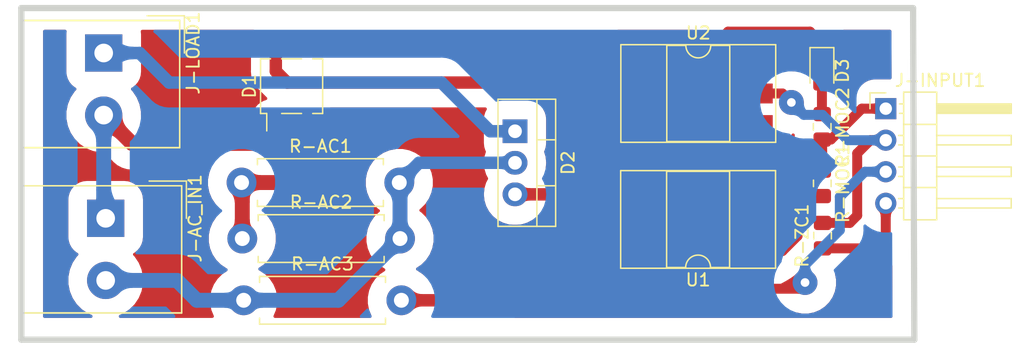
<source format=kicad_pcb>
(kicad_pcb (version 20171130) (host pcbnew 5.1.5)
  (layers (0 F.Cu signal) (31 B.Cu signal) (34 B.Paste user) (35 F.Paste user) (36 B.SilkS user) (37 F.SilkS user) (38 B.Mask user) (39 F.Mask user) (44 Edge.Cuts user))
  (net 0 "")
  (net 1 /AC_IN-N)
  (net 2 /AC_IN-P)
  (net 3 VPP)
  (net 4 GNDPWR)
  (net 5 /AC_LOAD)
  (net 6 /AC_IN-L)
  (net 7 /CON_GATE)
  (net 8 GND)
  (net 9 "Net-(D3-Pad2)")
  (net 10 VCC)
  (net 11 /Z-C)
  (net 12 /PWM)
  (net 13 /AC_CON)
  (net 14 "Net-(R-MOC1-Pad2)")
  (net 15 "Net-(U1-Pad5)")
  (net 16 "Net-(U1-Pad3)")
  (net 17 "Net-(U2-Pad6)")
  (net 18 "Net-(U2-Pad3)")
  (module Package_TO_SOT_SMD:TO-269AA (layer F.Cu) (at 87.06 55.79 90)
    (fp_text reference D1 (at 0 -3.4 90) (layer F.SilkS))
    (fp_text value MB6S)
    (pad 1 smd rect (at -3.075 -1.27 90) (size 1 0.8) (layers F.Cu F.Paste F.Mask) (net 1 /AC_IN-N))
    (pad 2 smd rect (at -3.075 1.27 90) (size 1 0.8) (layers F.Cu F.Paste F.Mask) (net 2 /AC_IN-P))
    (pad 3 smd rect (at 3.075 1.27 90) (size 1 0.8) (layers F.Cu F.Paste F.Mask) (net 3 VPP))
    (pad 4 smd rect (at 3.075 -1.27 90) (size 1 0.8) (layers F.Cu F.Paste F.Mask) (net 4 GNDPWR))
  )
  (module Package_TO_SOT_THT:TO-220-3_Vertical (layer F.Cu) (at 105.05 59.42 270)
    (fp_text reference D2 (at 2.54 -4.27 90) (layer F.SilkS))
    (fp_text value Q_TRIAC_A1A2G)
    (pad 1 thru_hole rect (at 0 0 270) (size 1.905 2) (drill 1.1) (layers *.Cu *.Mask) (net 5 /AC_LOAD))
    (pad 2 thru_hole oval (at 2.54 0 270) (size 1.905 2) (drill 1.1) (layers *.Cu *.Mask) (net 6 /AC_IN-L))
    (pad 3 thru_hole oval (at 5.08 0 270) (size 1.905 2) (drill 1.1) (layers *.Cu *.Mask) (net 7 /CON_GATE))
  )
  (module LED_SMD:LED_0805_2012Metric_Pad1.15x1.40mm_HandSolder (layer F.Cu) (at 129.76 54.545 270)
    (fp_text reference D3 (at 0 -1.65 90) (layer F.SilkS))
    (fp_text value LED)
    (pad 1 smd roundrect (at -1.025 0 270) (size 1.15 1.4) (layers F.Cu F.Paste F.Mask) (roundrect_rratio 0.217391) (net 8 GND))
    (pad 2 smd roundrect (at 1.025 0 270) (size 1.15 1.4) (layers F.Cu F.Paste F.Mask) (roundrect_rratio 0.217391) (net 9 "Net-(D3-Pad2)"))
  )
  (module TerminalBlock_Altech:Altech_AK300_1x02_P5.00mm_45-Degree (layer F.Cu) (at 72.09 66.43 270)
    (fp_text reference J-AC_IN1 (at 0 -7.2 90) (layer F.SilkS))
    (fp_text value Conn_01x02_Male)
    (pad 1 thru_hole rect (at 0 0 270) (size 3 3) (drill 1.5) (layers *.Cu *.Mask) (net 1 /AC_IN-N))
    (pad 2 thru_hole circle (at 5 0 270) (size 3 3) (drill 1.5) (layers *.Cu *.Mask) (net 6 /AC_IN-L))
  )
  (module TerminalBlock_Altech:Altech_AK300_1x02_P5.00mm_45-Degree (layer F.Cu) (at 71.93 53.12 270)
    (fp_text reference J-LOAD1 (at 0 -7.2 90) (layer F.SilkS))
    (fp_text value Conn_01x02_Male)
    (pad 2 thru_hole circle (at 5 0 270) (size 3 3) (drill 1.5) (layers *.Cu *.Mask) (net 1 /AC_IN-N))
    (pad 1 thru_hole rect (at 0 0 270) (size 3 3) (drill 1.5) (layers *.Cu *.Mask) (net 5 /AC_LOAD))
  )
  (module Resistor_THT:R_Axial_DIN0411_L9.9mm_D3.6mm_P12.70mm_Horizontal (layer F.Cu) (at 83.03 63.55)
    (fp_text reference R-AC1 (at 6.35 -2.92) (layer F.SilkS))
    (fp_text value 59K)
    (pad 1 thru_hole circle (at 0 0) (size 2.4 2.4) (drill 1.2) (layers *.Cu *.Mask) (net 2 /AC_IN-P))
    (pad 2 thru_hole oval (at 12.7 0) (size 2.4 2.4) (drill 1.2) (layers *.Cu *.Mask) (net 6 /AC_IN-L))
  )
  (module Resistor_THT:R_Axial_DIN0411_L9.9mm_D3.6mm_P12.70mm_Horizontal (layer F.Cu) (at 83.09 68.06)
    (fp_text reference R-AC2 (at 6.35 -2.92) (layer F.SilkS))
    (fp_text value 59K)
    (pad 2 thru_hole oval (at 12.7 0) (size 2.4 2.4) (drill 1.2) (layers *.Cu *.Mask) (net 6 /AC_IN-L))
    (pad 1 thru_hole circle (at 0 0) (size 2.4 2.4) (drill 1.2) (layers *.Cu *.Mask) (net 2 /AC_IN-P))
  )
  (module Resistor_THT:R_Axial_DIN0411_L9.9mm_D3.6mm_P12.70mm_Horizontal (layer F.Cu) (at 83.2 73.03)
    (fp_text reference R-AC3 (at 6.35 -2.92) (layer F.SilkS))
    (fp_text value 1K)
    (pad 1 thru_hole circle (at 0 0) (size 2.4 2.4) (drill 1.2) (layers *.Cu *.Mask) (net 6 /AC_IN-L))
    (pad 2 thru_hole oval (at 12.7 0) (size 2.4 2.4) (drill 1.2) (layers *.Cu *.Mask) (net 13 /AC_CON))
  )
  (module Resistor_SMD:R_0805_2012Metric_Pad1.15x1.40mm_HandSolder (layer F.Cu) (at 129.79 63.615 270)
    (fp_text reference R-MOC1 (at 0 -1.65 90) (layer F.SilkS))
    (fp_text value 471)
    (pad 2 smd roundrect (at 1.025 0 270) (size 1.15 1.4) (layers F.Cu F.Paste F.Mask) (roundrect_rratio 0.217391) (net 14 "Net-(R-MOC1-Pad2)"))
    (pad 1 smd roundrect (at -1.025 0 270) (size 1.15 1.4) (layers F.Cu F.Paste F.Mask) (roundrect_rratio 0.217391) (net 12 /PWM))
  )
  (module Resistor_SMD:R_0805_2012Metric_Pad1.15x1.40mm_HandSolder (layer F.Cu) (at 129.78 59.065 270)
    (fp_text reference R-MOC2 (at 0 -1.65 90) (layer F.SilkS))
    (fp_text value 331)
    (pad 1 smd roundrect (at -1.025 0 270) (size 1.15 1.4) (layers F.Cu F.Paste F.Mask) (roundrect_rratio 0.217391) (net 9 "Net-(D3-Pad2)"))
    (pad 2 smd roundrect (at 1.025 0 270) (size 1.15 1.4) (layers F.Cu F.Paste F.Mask) (roundrect_rratio 0.217391) (net 12 /PWM))
  )
  (module Resistor_SMD:R_0805_2012Metric_Pad1.15x1.40mm_HandSolder (layer F.Cu) (at 129.81 67.825 90)
    (fp_text reference R-ZC1 (at 0 -1.65 90) (layer F.SilkS))
    (fp_text value 10K)
    (pad 1 smd roundrect (at -1.025 0 90) (size 1.15 1.4) (layers F.Cu F.Paste F.Mask) (roundrect_rratio 0.217391) (net 10 VCC))
    (pad 2 smd roundrect (at 1.025 0 90) (size 1.15 1.4) (layers F.Cu F.Paste F.Mask) (roundrect_rratio 0.217391) (net 11 /Z-C))
  )
  (module Package_DIP:DIP-6_W8.89mm_SMDSocket_LongPads (layer F.Cu) (at 119.79 66.52 180)
    (fp_text reference U1 (at 0 -4.87) (layer F.SilkS))
    (fp_text value MOC3021M)
    (pad 1 smd rect (at -4.445 -2.54 180) (size 3.1 1.6) (layers F.Cu F.Paste F.Mask) (net 14 "Net-(R-MOC1-Pad2)"))
    (pad 4 smd rect (at 4.445 2.54 180) (size 3.1 1.6) (layers F.Cu F.Paste F.Mask) (net 7 /CON_GATE))
    (pad 2 smd rect (at -4.445 0 180) (size 3.1 1.6) (layers F.Cu F.Paste F.Mask) (net 8 GND))
    (pad 5 smd rect (at 4.445 0 180) (size 3.1 1.6) (layers F.Cu F.Paste F.Mask) (net 15 "Net-(U1-Pad5)"))
    (pad 3 smd rect (at -4.445 2.54 180) (size 3.1 1.6) (layers F.Cu F.Paste F.Mask) (net 16 "Net-(U1-Pad3)"))
    (pad 6 smd rect (at 4.445 -2.54 180) (size 3.1 1.6) (layers F.Cu F.Paste F.Mask) (net 13 /AC_CON))
  )
  (module Package_DIP:DIP-6_W8.89mm_SMDSocket_LongPads (layer F.Cu) (at 119.805 56.38)
    (fp_text reference U2 (at 0 -4.87) (layer F.SilkS))
    (fp_text value 4N35)
    (pad 6 smd rect (at 4.445 -2.54) (size 3.1 1.6) (layers F.Cu F.Paste F.Mask) (net 17 "Net-(U2-Pad6)"))
    (pad 3 smd rect (at -4.445 2.54) (size 3.1 1.6) (layers F.Cu F.Paste F.Mask) (net 18 "Net-(U2-Pad3)"))
    (pad 5 smd rect (at 4.445 0) (size 3.1 1.6) (layers F.Cu F.Paste F.Mask) (net 11 /Z-C))
    (pad 2 smd rect (at -4.445 0) (size 3.1 1.6) (layers F.Cu F.Paste F.Mask) (net 4 GNDPWR))
    (pad 4 smd rect (at 4.445 2.54) (size 3.1 1.6) (layers F.Cu F.Paste F.Mask) (net 8 GND))
    (pad 1 smd rect (at -4.445 -2.54) (size 3.1 1.6) (layers F.Cu F.Paste F.Mask) (net 3 VPP))
  )
  (module Connector_PinHeader_2.54mm:PinHeader_1x04_P2.54mm_Horizontal (layer F.Cu) (at 134.9 57.6)
    (fp_text reference J-INPUT1 (at 4.385 -2.27) (layer F.SilkS))
    (fp_text value Conn_01x04_Male)
    (pad 1 thru_hole rect (at 0 0) (size 1.7 1.7) (drill 1) (layers *.Cu *.Mask) (net 12 /PWM))
    (pad 2 thru_hole oval (at 0 2.54) (size 1.7 1.7) (drill 1) (layers *.Cu *.Mask) (net 11 /Z-C))
    (pad 3 thru_hole oval (at 0 5.08) (size 1.7 1.7) (drill 1) (layers *.Cu *.Mask) (net 8 GND))
    (pad 4 thru_hole oval (at 0 7.62) (size 1.7 1.7) (drill 1) (layers *.Cu *.Mask) (net 10 VCC))
  )
  (gr_line (start 65.3 76.2) (end 65.3 49.5) (layer Edge.Cuts) (width 0.5))
  (gr_line (start 137.2 76.2) (end 65.3 76.2) (layer Edge.Cuts) (width 0.5))
  (gr_line (start 137.1 49.5) (end 137.2 76.2) (layer Edge.Cuts) (width 0.5))
  (gr_line (start 65.3 49.5) (end 137.1 49.5) (layer Edge.Cuts) (width 0.5))
  (segment (start 71.93 66.27) (end 72.09 66.43) (width 1.2) (layer B.Cu) (net 1))
  (segment (start 71.93 58.12) (end 71.93 66.27) (width 1.2) (layer B.Cu) (net 1))
  (segment (start 74.21 60.4) (end 71.93 58.12) (width 1.2) (layer F.Cu) (net 1))
  (segment (start 85 60.4) (end 74.21 60.4) (width 1.2) (layer F.Cu) (net 1))
  (segment (start 85.79 58.865) (end 85.79 59.61) (width 1.2) (layer F.Cu) (net 1))
  (segment (start 85.79 59.61) (end 85 60.4) (width 1.2) (layer F.Cu) (net 1))
  (segment (start 83.03 68) (end 83.09 68.06) (width 1.5) (layer B.Cu) (net 2))
  (segment (start 83.09 63.61) (end 83.03 63.55) (width 1.2) (layer F.Cu) (net 2))
  (segment (start 83.09 68.06) (end 83.09 63.61) (width 1.2) (layer F.Cu) (net 2))
  (segment (start 88.33 60.565) (end 88.3 60.595) (width 1.2) (layer F.Cu) (net 2))
  (segment (start 88.33 58.865) (end 88.33 60.565) (width 1.2) (layer F.Cu) (net 2))
  (segment (start 88.3 60.595) (end 88.3 62.4) (width 1.2) (layer F.Cu) (net 2))
  (segment (start 87.15 63.55) (end 83.03 63.55) (width 1.2) (layer F.Cu) (net 2))
  (segment (start 88.3 62.4) (end 87.15 63.55) (width 1.2) (layer F.Cu) (net 2))
  (segment (start 89.73 52.715) (end 88.33 52.715) (width 1) (layer F.Cu) (net 3))
  (segment (start 111.685 52.715) (end 89.73 52.715) (width 1) (layer F.Cu) (net 3))
  (segment (start 112.81 53.84) (end 111.685 52.715) (width 1) (layer F.Cu) (net 3))
  (segment (start 115.36 53.84) (end 112.81 53.84) (width 1) (layer F.Cu) (net 3))
  (segment (start 112.81 56.38) (end 111.93 55.5) (width 1) (layer F.Cu) (net 4))
  (segment (start 115.36 56.38) (end 112.81 56.38) (width 1) (layer F.Cu) (net 4))
  (segment (start 111.93 55.5) (end 86.7 55.5) (width 1) (layer F.Cu) (net 4))
  (segment (start 85.79 54.59) (end 85.79 52.715) (width 1) (layer F.Cu) (net 4))
  (segment (start 86.7 55.5) (end 85.79 54.59) (width 1) (layer F.Cu) (net 4))
  (segment (start 103.05 59.42) (end 99.13 55.5) (width 1) (layer B.Cu) (net 5))
  (segment (start 105.05 59.42) (end 103.05 59.42) (width 1) (layer B.Cu) (net 5))
  (segment (start 99.13 55.5) (end 77.2 55.5) (width 1) (layer B.Cu) (net 5))
  (segment (start 74.82 53.12) (end 71.93 53.12) (width 1) (layer B.Cu) (net 5))
  (segment (start 77.2 55.5) (end 74.82 53.12) (width 1) (layer B.Cu) (net 5))
  (segment (start 72.09 71.43) (end 77.83 71.43) (width 1.2) (layer B.Cu) (net 6))
  (segment (start 79.43 73.03) (end 83.2 73.03) (width 1.2) (layer B.Cu) (net 6))
  (segment (start 77.83 71.43) (end 79.43 73.03) (width 1.2) (layer B.Cu) (net 6))
  (segment (start 90.82 73.03) (end 95.79 68.06) (width 1.2) (layer B.Cu) (net 6))
  (segment (start 83.2 73.03) (end 90.82 73.03) (width 1.2) (layer B.Cu) (net 6))
  (segment (start 95.79 63.61) (end 95.73 63.55) (width 1.2) (layer B.Cu) (net 6))
  (segment (start 95.79 68.06) (end 95.79 63.61) (width 1.2) (layer B.Cu) (net 6))
  (segment (start 97.32 61.96) (end 95.73 63.55) (width 1) (layer B.Cu) (net 6))
  (segment (start 105.05 61.96) (end 97.32 61.96) (width 1) (layer B.Cu) (net 6))
  (segment (start 112.02 63.98) (end 115.345 63.98) (width 1) (layer F.Cu) (net 7))
  (segment (start 105.05 64.5) (end 111.5 64.5) (width 1) (layer F.Cu) (net 7))
  (segment (start 111.5 64.5) (end 112.02 63.98) (width 1) (layer F.Cu) (net 7))
  (segment (start 121.7 58.92) (end 120.9 59.72) (width 1) (layer F.Cu) (net 8))
  (segment (start 124.25 58.92) (end 121.7 58.92) (width 1) (layer F.Cu) (net 8))
  (segment (start 120.9 59.72) (end 120.9 66.2) (width 1) (layer F.Cu) (net 8))
  (segment (start 121.22 66.52) (end 124.235 66.52) (width 1) (layer F.Cu) (net 8))
  (segment (start 120.9 66.2) (end 121.22 66.52) (width 1) (layer F.Cu) (net 8))
  (segment (start 120.9 59.72) (end 120.9 52.7) (width 0.8) (layer F.Cu) (net 8))
  (segment (start 120.9 52.7) (end 122.2 51.4) (width 0.8) (layer F.Cu) (net 8))
  (segment (start 122.2 51.4) (end 128.8 51.4) (width 0.8) (layer F.Cu) (net 8))
  (segment (start 129.76 52.36) (end 129.76 53.52) (width 0.8) (layer F.Cu) (net 8))
  (segment (start 128.8 51.4) (end 129.76 52.36) (width 0.8) (layer F.Cu) (net 8))
  (segment (start 120.9 66.2) (end 120.9 70.6) (width 0.8) (layer F.Cu) (net 8))
  (segment (start 120.9 70.6) (end 122.4 72.1) (width 0.8) (layer F.Cu) (net 8))
  (segment (start 122.4 72.1) (end 127.9 72.1) (width 0.8) (layer F.Cu) (net 8))
  (via (at 128.4 71.6) (size 2) (drill 0.7) (layers F.Cu B.Cu) (net 8))
  (segment (start 127.9 72.1) (end 128.4 71.6) (width 0.8) (layer F.Cu) (net 8))
  (segment (start 128.4 70.185787) (end 131.2 67.385787) (width 0.8) (layer B.Cu) (net 8))
  (segment (start 128.4 71.6) (end 128.4 70.185787) (width 0.8) (layer B.Cu) (net 8))
  (segment (start 131.2 67.385787) (end 131.2 64.7) (width 0.8) (layer B.Cu) (net 8))
  (segment (start 133.22 62.68) (end 134.9 62.68) (width 0.8) (layer B.Cu) (net 8))
  (segment (start 131.2 64.7) (end 133.22 62.68) (width 0.8) (layer B.Cu) (net 8))
  (segment (start 129.76 58.02) (end 129.78 58.04) (width 0.8) (layer F.Cu) (net 9))
  (segment (start 129.76 55.57) (end 129.76 58.02) (width 0.8) (layer F.Cu) (net 9))
  (segment (start 129.81 68.85) (end 133.85 68.85) (width 0.8) (layer F.Cu) (net 10))
  (segment (start 134.9 67.8) (end 134.9 65.22) (width 0.8) (layer F.Cu) (net 10))
  (segment (start 133.85 68.85) (end 134.9 67.8) (width 0.8) (layer F.Cu) (net 10))
  (segment (start 133.66 60.14) (end 134.9 60.14) (width 0.8) (layer F.Cu) (net 11))
  (segment (start 132.6 66.2) (end 132.6 61.2) (width 0.8) (layer F.Cu) (net 11))
  (segment (start 129.81 66.8) (end 132 66.8) (width 0.8) (layer F.Cu) (net 11))
  (segment (start 132.6 61.2) (end 133.66 60.14) (width 0.8) (layer F.Cu) (net 11))
  (segment (start 132 66.8) (end 132.6 66.2) (width 0.8) (layer F.Cu) (net 11))
  (segment (start 124.25 56.38) (end 126.58 56.38) (width 0.8) (layer F.Cu) (net 11))
  (via (at 127.3 57.1) (size 2) (drill 0.7) (layers F.Cu B.Cu) (net 11))
  (segment (start 126.58 56.38) (end 127.3 57.1) (width 0.8) (layer F.Cu) (net 11))
  (segment (start 128.299999 58.099999) (end 129.799999 58.099999) (width 0.8) (layer B.Cu) (net 11))
  (segment (start 127.3 57.1) (end 128.299999 58.099999) (width 0.8) (layer B.Cu) (net 11))
  (segment (start 131.84 60.14) (end 134.9 60.14) (width 0.8) (layer B.Cu) (net 11))
  (segment (start 129.799999 58.099999) (end 131.84 60.14) (width 0.8) (layer B.Cu) (net 11))
  (segment (start 129.78 62.58) (end 129.79 62.59) (width 0.8) (layer F.Cu) (net 12))
  (segment (start 129.78 60.09) (end 129.78 62.58) (width 0.8) (layer F.Cu) (net 12))
  (segment (start 132.97 57.6) (end 134.9 57.6) (width 0.8) (layer F.Cu) (net 12))
  (segment (start 129.78 60.09) (end 130.48 60.09) (width 0.8) (layer F.Cu) (net 12))
  (segment (start 130.48 60.09) (end 132.97 57.6) (width 0.8) (layer F.Cu) (net 12))
  (segment (start 95.9 73.03) (end 103.37 73.03) (width 1) (layer F.Cu) (net 13))
  (segment (start 107.34 69.06) (end 115.345 69.06) (width 1) (layer F.Cu) (net 13))
  (segment (start 103.37 73.03) (end 107.34 69.06) (width 1) (layer F.Cu) (net 13))
  (segment (start 126.585 69.06) (end 127.8 67.845) (width 0.8) (layer F.Cu) (net 14))
  (segment (start 124.235 69.06) (end 126.585 69.06) (width 0.8) (layer F.Cu) (net 14))
  (segment (start 127.8 67.845) (end 127.8 65.6) (width 0.8) (layer F.Cu) (net 14))
  (segment (start 128.76 64.64) (end 129.79 64.64) (width 0.8) (layer F.Cu) (net 14))
  (segment (start 127.8 65.6) (end 128.76 64.64) (width 0.8) (layer F.Cu) (net 14))
  (zone (net 0) (net_name "") (layer F.Cu) (connect_pads (clearance 1.5)) (min_thickness 0.254) (fill yes (arc_segments 32) (thermal_gap 0.508) (thermal_bridge_width 0.508))
    (polygon (pts (xy 137.2 76.2) (xy 65.3 76.1) (xy 65.3 49.6) (xy 137.1 49.5)))
  )
  (zone (net 0) (net_name "") (layer B.Cu) (connect_pads (clearance 1.5)) (min_thickness 0.254) (fill yes (arc_segments 32) (thermal_gap 0.508) (thermal_bridge_width 0.508))
    (polygon (pts (xy 137 76.1) (xy 65.3 76) (xy 65.3 49.6) (xy 137 49.5)))
  )
  (zone (net 1) (net_name /AC_IN-N) (layer B.Cu) (priority 16962) (connect_pads yes (clearance 0.2)) (min_thickness 0.0254) (fill yes (arc_segments 32) (thermal_gap 0.508) (thermal_bridge_width 0.508))
    (polygon (pts (xy 71.33 64.09722) (xy 71.336156 64.129887) (xy 71.341824 64.162251) (xy 71.347004 64.194311) (xy 71.351696 64.226068) (xy 71.3559 64.257521) (xy 71.359616 64.288671) (xy 71.362844 64.319517) (xy 71.365584 64.35006) (xy 71.367836 64.380299) (xy 71.3696 64.410235) (xy 71.370876 64.439867) (xy 71.371664 64.469196) (xy 71.371964 64.498221) (xy 71.371776 64.526943) (xy 71.3711 64.555361) (xy 71.369936 64.583476) (xy 71.368284 64.611287) (xy 71.366144 64.638795) (xy 71.363516 64.665999) (xy 71.3604 64.6929) (xy 71.356796 64.719497) (xy 71.352704 64.74579) (xy 71.348124 64.77178) (xy 71.343056 64.797467) (xy 71.3375 64.82285) (xy 71.331456 64.84793) (xy 71.324924 64.872706) (xy 71.317904 64.897178) (xy 71.310396 64.921347) (xy 71.3024 64.945213) (xy 71.293916 64.968775) (xy 71.284944 64.992033) (xy 71.275484 65.014988) (xy 71.265536 65.03764) (xy 71.2551 65.059988) (xy 71.244176 65.082032) (xy 71.232764 65.103773) (xy 71.220864 65.12521) (xy 71.208476 65.146344) (xy 71.1956 65.167175) (xy 71.182236 65.187702) (xy 71.168384 65.207925) (xy 71.154044 65.227845) (xy 71.139216 65.247461) (xy 71.1239 65.266774) (xy 71.108096 65.285783) (xy 71.091804 65.304489) (xy 71.075024 65.322891) (xy 71.057756 65.34099) (xy 71.04 65.358786) (xy 72.09 67.18) (xy 73.14 65.358786) (xy 73.122115 65.34099) (xy 73.104463 65.322891) (xy 73.087043 65.304489) (xy 73.069855 65.285783) (xy 73.052899 65.266774) (xy 73.036175 65.247461) (xy 73.019683 65.227845) (xy 73.003423 65.207925) (xy 72.987395 65.187702) (xy 72.971599 65.167175) (xy 72.956035 65.146344) (xy 72.940703 65.12521) (xy 72.925603 65.103773) (xy 72.910735 65.082032) (xy 72.896099 65.059988) (xy 72.881695 65.03764) (xy 72.867523 65.014988) (xy 72.853583 64.992033) (xy 72.839875 64.968775) (xy 72.826399 64.945213) (xy 72.813155 64.921347) (xy 72.800143 64.897178) (xy 72.787363 64.872706) (xy 72.774815 64.84793) (xy 72.762499 64.82285) (xy 72.750415 64.797467) (xy 72.738563 64.77178) (xy 72.726943 64.74579) (xy 72.715555 64.719497) (xy 72.704399 64.6929) (xy 72.693475 64.665999) (xy 72.682783 64.638795) (xy 72.672323 64.611287) (xy 72.662095 64.583476) (xy 72.652099 64.555361) (xy 72.642335 64.526943) (xy 72.632803 64.498221) (xy 72.623503 64.469196) (xy 72.614435 64.439867) (xy 72.605599 64.410235) (xy 72.596995 64.380299) (xy 72.588623 64.35006) (xy 72.580483 64.319517) (xy 72.572575 64.288671) (xy 72.564899 64.257521) (xy 72.557455 64.226068) (xy 72.550243 64.194311) (xy 72.543263 64.162251) (xy 72.536515 64.129887) (xy 72.53 64.09722)))
  )
  (zone (net 1) (net_name /AC_IN-N) (layer B.Cu) (priority 16962) (connect_pads yes (clearance 0.2)) (min_thickness 0.0254) (fill yes (arc_segments 32) (thermal_gap 0.508) (thermal_bridge_width 0.508))
    (polygon (pts (xy 72.53 60.29278) (xy 72.530179 60.266448) (xy 72.530719 60.240292) (xy 72.531619 60.214312) (xy 72.532879 60.188507) (xy 72.534499 60.162878) (xy 72.536479 60.137424) (xy 72.538819 60.112146) (xy 72.541519 60.087043) (xy 72.544579 60.062116) (xy 72.547999 60.037364) (xy 72.551779 60.012788) (xy 72.555919 59.988387) (xy 72.560419 59.964162) (xy 72.565279 59.940112) (xy 72.570499 59.916238) (xy 72.576079 59.892539) (xy 72.582019 59.869016) (xy 72.588319 59.845668) (xy 72.594979 59.822496) (xy 72.601999 59.7995) (xy 72.609379 59.776678) (xy 72.617119 59.754033) (xy 72.625219 59.731563) (xy 72.633679 59.709268) (xy 72.642499 59.687149) (xy 72.651679 59.665205) (xy 72.661219 59.643437) (xy 72.671119 59.621845) (xy 72.681379 59.600428) (xy 72.691999 59.579186) (xy 72.702979 59.55812) (xy 72.714319 59.53723) (xy 72.726019 59.516515) (xy 72.738079 59.495975) (xy 72.750499 59.475611) (xy 72.763279 59.455423) (xy 72.776419 59.43541) (xy 72.789919 59.415573) (xy 72.803779 59.395911) (xy 72.817999 59.376424) (xy 72.832579 59.357113) (xy 72.847519 59.337978) (xy 72.862819 59.319018) (xy 72.878479 59.300234) (xy 72.894499 59.281625) (xy 72.910879 59.263192) (xy 72.927619 59.244934) (xy 72.944719 59.226852) (xy 72.962179 59.208945) (xy 72.98 59.191214) (xy 71.93 57.37) (xy 70.88 59.191214) (xy 70.89782 59.208945) (xy 70.91528 59.226852) (xy 70.93238 59.244934) (xy 70.94912 59.263192) (xy 70.9655 59.281625) (xy 70.98152 59.300234) (xy 70.99718 59.319018) (xy 71.01248 59.337978) (xy 71.02742 59.357113) (xy 71.042 59.376424) (xy 71.05622 59.395911) (xy 71.07008 59.415573) (xy 71.08358 59.43541) (xy 71.09672 59.455423) (xy 71.1095 59.475611) (xy 71.12192 59.495975) (xy 71.13398 59.516515) (xy 71.14568 59.53723) (xy 71.15702 59.55812) (xy 71.168 59.579186) (xy 71.17862 59.600428) (xy 71.18888 59.621845) (xy 71.19878 59.643437) (xy 71.20832 59.665205) (xy 71.2175 59.687149) (xy 71.22632 59.709268) (xy 71.23478 59.731563) (xy 71.24288 59.754033) (xy 71.25062 59.776678) (xy 71.258 59.7995) (xy 71.26502 59.822496) (xy 71.27168 59.845668) (xy 71.27798 59.869016) (xy 71.28392 59.892539) (xy 71.2895 59.916238) (xy 71.29472 59.940112) (xy 71.29958 59.964162) (xy 71.30408 59.988387) (xy 71.30822 60.012788) (xy 71.312 60.037364) (xy 71.31542 60.062116) (xy 71.31848 60.087043) (xy 71.32118 60.112146) (xy 71.32352 60.137424) (xy 71.3255 60.162878) (xy 71.32712 60.188507) (xy 71.32838 60.214312) (xy 71.32928 60.240292) (xy 71.32982 60.266448) (xy 71.33 60.29278)))
  )
  (zone (net 1) (net_name /AC_IN-N) (layer F.Cu) (priority 16962) (connect_pads yes (clearance 0.2)) (min_thickness 0.0254) (fill yes (arc_segments 32) (thermal_gap 0.508) (thermal_bridge_width 0.508))
    (polygon (pts (xy 73.890651 59.232123) (xy 73.872159 59.213376) (xy 73.854046 59.194499) (xy 73.836311 59.175492) (xy 73.818955 59.156354) (xy 73.801978 59.137086) (xy 73.78538 59.117688) (xy 73.76916 59.098159) (xy 73.753319 59.078499) (xy 73.737856 59.058709) (xy 73.722772 59.038789) (xy 73.708067 59.018738) (xy 73.693741 58.998556) (xy 73.679793 58.978245) (xy 73.666224 58.957802) (xy 73.653033 58.93723) (xy 73.640221 58.916527) (xy 73.627788 58.895693) (xy 73.615734 58.874729) (xy 73.604058 58.853634) (xy 73.592761 58.832409) (xy 73.581842 58.811054) (xy 73.571302 58.789568) (xy 73.561141 58.767952) (xy 73.551359 58.746205) (xy 73.541955 58.724328) (xy 73.53293 58.70232) (xy 73.524283 58.680182) (xy 73.516015 58.657913) (xy 73.508126 58.635514) (xy 73.500615 58.612985) (xy 73.493483 58.590325) (xy 73.48673 58.567534) (xy 73.480356 58.544614) (xy 73.47436 58.521562) (xy 73.468743 58.49838) (xy 73.463504 58.475068) (xy 73.458644 58.451626) (xy 73.454163 58.428052) (xy 73.45006 58.404349) (xy 73.446336 58.380515) (xy 73.442991 58.35655) (xy 73.440024 58.332455) (xy 73.437436 58.30823) (xy 73.435227 58.283874) (xy 73.433397 58.259388) (xy 73.431945 58.234771) (xy 73.430871 58.210024) (xy 73.430177 58.185146) (xy 73.429861 58.160138) (xy 73.429924 58.135) (xy 71.39967 57.58967) (xy 71.945 59.619924) (xy 71.970138 59.619861) (xy 71.995146 59.620177) (xy 72.020024 59.620871) (xy 72.044771 59.621945) (xy 72.069388 59.623397) (xy 72.093874 59.625227) (xy 72.11823 59.627436) (xy 72.142455 59.630024) (xy 72.16655 59.632991) (xy 72.190515 59.636336) (xy 72.214349 59.64006) (xy 72.238052 59.644163) (xy 72.261626 59.648644) (xy 72.285068 59.653504) (xy 72.30838 59.658743) (xy 72.331562 59.66436) (xy 72.354614 59.670356) (xy 72.377534 59.67673) (xy 72.400325 59.683483) (xy 72.422985 59.690615) (xy 72.445514 59.698126) (xy 72.467913 59.706015) (xy 72.490182 59.714283) (xy 72.51232 59.72293) (xy 72.534328 59.731955) (xy 72.556205 59.741359) (xy 72.577952 59.751141) (xy 72.599568 59.761302) (xy 72.621054 59.771842) (xy 72.642409 59.782761) (xy 72.663634 59.794058) (xy 72.684729 59.805734) (xy 72.705693 59.817788) (xy 72.726527 59.830221) (xy 72.74723 59.843033) (xy 72.767802 59.856224) (xy 72.788245 59.869793) (xy 72.808556 59.883741) (xy 72.828738 59.898067) (xy 72.848789 59.912772) (xy 72.868709 59.927856) (xy 72.888499 59.943319) (xy 72.908159 59.95916) (xy 72.927688 59.97538) (xy 72.947086 59.991978) (xy 72.966354 60.008955) (xy 72.985492 60.026311) (xy 73.004499 60.044046) (xy 73.023376 60.062159) (xy 73.042123 60.080651)))
  )
  (zone (net 2) (net_name /AC_IN-P) (layer F.Cu) (priority 16962) (connect_pads yes (clearance 0.2)) (min_thickness 0.0254) (fill yes (arc_segments 32) (thermal_gap 0.508) (thermal_bridge_width 0.508))
    (polygon (pts (xy 83.69 65.17) (xy 83.68772 65.149005) (xy 83.68568 65.128245) (xy 83.68388 65.107719) (xy 83.68232 65.087427) (xy 83.681 65.067368) (xy 83.67992 65.047544) (xy 83.67908 65.027954) (xy 83.67848 65.008598) (xy 83.67812 64.989476) (xy 83.678 64.970588) (xy 83.67812 64.951934) (xy 83.67848 64.933514) (xy 83.67908 64.915328) (xy 83.67992 64.897376) (xy 83.681 64.879658) (xy 83.68232 64.862175) (xy 83.68388 64.844925) (xy 83.68568 64.827909) (xy 83.68772 64.811127) (xy 83.69 64.79458) (xy 83.69252 64.778266) (xy 83.69528 64.762186) (xy 83.69828 64.74634) (xy 83.70152 64.730729) (xy 83.705 64.715351) (xy 83.70872 64.700208) (xy 83.71268 64.685298) (xy 83.71688 64.670623) (xy 83.72132 64.656181) (xy 83.726 64.641974) (xy 83.73092 64.628) (xy 83.73608 64.614261) (xy 83.74148 64.600756) (xy 83.74712 64.587484) (xy 83.753 64.574447) (xy 83.75912 64.561644) (xy 83.76548 64.549074) (xy 83.77208 64.536739) (xy 83.77892 64.524638) (xy 83.786 64.512771) (xy 83.79332 64.501138) (xy 83.80088 64.489738) (xy 83.80868 64.478573) (xy 83.81672 64.467642) (xy 83.825 64.456945) (xy 83.83352 64.446482) (xy 83.84228 64.436253) (xy 83.85128 64.426258) (xy 83.86052 64.416497) (xy 83.87 64.406971) (xy 83.03 62.95) (xy 82.19 64.406971) (xy 82.199528 64.416497) (xy 82.208912 64.426258) (xy 82.218152 64.436253) (xy 82.227248 64.446482) (xy 82.2362 64.456945) (xy 82.245008 64.467642) (xy 82.253672 64.478573) (xy 82.262192 64.489738) (xy 82.270568 64.501138) (xy 82.2788 64.512771) (xy 82.286888 64.524638) (xy 82.294832 64.536739) (xy 82.302632 64.549074) (xy 82.310288 64.561644) (xy 82.3178 64.574447) (xy 82.325168 64.587484) (xy 82.332392 64.600756) (xy 82.339472 64.614261) (xy 82.346408 64.628) (xy 82.3532 64.641974) (xy 82.359848 64.656181) (xy 82.366352 64.670623) (xy 82.372712 64.685298) (xy 82.378928 64.700208) (xy 82.385 64.715351) (xy 82.390928 64.730729) (xy 82.396712 64.74634) (xy 82.402352 64.762186) (xy 82.407848 64.778266) (xy 82.4132 64.79458) (xy 82.418408 64.811127) (xy 82.423472 64.827909) (xy 82.428392 64.844925) (xy 82.433168 64.862175) (xy 82.4378 64.879658) (xy 82.442288 64.897376) (xy 82.446632 64.915328) (xy 82.450832 64.933514) (xy 82.454888 64.951934) (xy 82.4588 64.970588) (xy 82.462568 64.989476) (xy 82.466192 65.008598) (xy 82.469672 65.027954) (xy 82.473008 65.047544) (xy 82.4762 65.067368) (xy 82.479248 65.087427) (xy 82.482152 65.107719) (xy 82.484912 65.128245) (xy 82.487528 65.149005) (xy 82.49 65.17)))
  )
  (zone (net 2) (net_name /AC_IN-P) (layer F.Cu) (priority 16962) (connect_pads yes (clearance 0.2)) (min_thickness 0.0254) (fill yes (arc_segments 32) (thermal_gap 0.508) (thermal_bridge_width 0.508))
    (polygon (pts (xy 82.49 66.5) (xy 82.489904 66.518618) (xy 82.489616 66.53705) (xy 82.489136 66.555296) (xy 82.488464 66.573356) (xy 82.4876 66.591231) (xy 82.486544 66.608919) (xy 82.485296 66.626421) (xy 82.483856 66.643737) (xy 82.482224 66.660867) (xy 82.4804 66.677811) (xy 82.478384 66.694569) (xy 82.476176 66.711141) (xy 82.473776 66.727527) (xy 82.471184 66.743727) (xy 82.4684 66.759741) (xy 82.465424 66.775568) (xy 82.462256 66.79121) (xy 82.458896 66.806666) (xy 82.455344 66.821936) (xy 82.4516 66.83702) (xy 82.447664 66.851917) (xy 82.443536 66.866629) (xy 82.439216 66.881155) (xy 82.434704 66.895494) (xy 82.43 66.909648) (xy 82.425104 66.923615) (xy 82.420016 66.937397) (xy 82.414736 66.950992) (xy 82.409264 66.964402) (xy 82.4036 66.977625) (xy 82.397744 66.990663) (xy 82.391696 67.003514) (xy 82.385456 67.016179) (xy 82.379024 67.028659) (xy 82.3724 67.040952) (xy 82.365584 67.053059) (xy 82.358576 67.064981) (xy 82.351376 67.076716) (xy 82.343984 67.088265) (xy 82.3364 67.099628) (xy 82.328624 67.110805) (xy 82.320656 67.121797) (xy 82.312496 67.132602) (xy 82.304144 67.143221) (xy 82.2956 67.153654) (xy 82.286864 67.163901) (xy 82.277936 67.173962) (xy 82.268816 67.183837) (xy 82.259504 67.193526) (xy 82.25 67.203029) (xy 83.09 68.66) (xy 83.93 67.203029) (xy 83.920496 67.193526) (xy 83.911184 67.183837) (xy 83.902064 67.173962) (xy 83.893136 67.163901) (xy 83.8844 67.153654) (xy 83.875856 67.143221) (xy 83.867504 67.132602) (xy 83.859344 67.121797) (xy 83.851376 67.110805) (xy 83.8436 67.099628) (xy 83.836016 67.088265) (xy 83.828624 67.076716) (xy 83.821424 67.064981) (xy 83.814416 67.053059) (xy 83.8076 67.040952) (xy 83.800976 67.028659) (xy 83.794544 67.016179) (xy 83.788304 67.003514) (xy 83.782256 66.990663) (xy 83.7764 66.977625) (xy 83.770736 66.964402) (xy 83.765264 66.950992) (xy 83.759984 66.937397) (xy 83.754896 66.923615) (xy 83.75 66.909648) (xy 83.745296 66.895494) (xy 83.740784 66.881155) (xy 83.736464 66.866629) (xy 83.732336 66.851917) (xy 83.7284 66.83702) (xy 83.724656 66.821936) (xy 83.721104 66.806666) (xy 83.717744 66.79121) (xy 83.714576 66.775568) (xy 83.7116 66.759741) (xy 83.708816 66.743727) (xy 83.706224 66.727527) (xy 83.703824 66.711141) (xy 83.701616 66.694569) (xy 83.6996 66.677811) (xy 83.697776 66.660867) (xy 83.696144 66.643737) (xy 83.694704 66.626421) (xy 83.693456 66.608919) (xy 83.6924 66.591231) (xy 83.691536 66.573356) (xy 83.690864 66.555296) (xy 83.690384 66.53705) (xy 83.690096 66.518618) (xy 83.69 66.5)))
  )
  (zone (net 2) (net_name /AC_IN-P) (layer F.Cu) (priority 16962) (connect_pads yes (clearance 0.2)) (min_thickness 0.0254) (fill yes (arc_segments 32) (thermal_gap 0.508) (thermal_bridge_width 0.508))
    (polygon (pts (xy 84.59 62.95) (xy 84.571381 62.949903) (xy 84.552949 62.949616) (xy 84.534703 62.949136) (xy 84.516643 62.948464) (xy 84.498768 62.9476) (xy 84.48108 62.946544) (xy 84.463578 62.945295) (xy 84.446262 62.943855) (xy 84.429132 62.942224) (xy 84.412188 62.9404) (xy 84.39543 62.938384) (xy 84.378858 62.936176) (xy 84.362472 62.933776) (xy 84.346272 62.931184) (xy 84.330258 62.9284) (xy 84.314431 62.925424) (xy 84.298789 62.922255) (xy 84.283333 62.918896) (xy 84.268063 62.915344) (xy 84.25298 62.9116) (xy 84.238082 62.907664) (xy 84.22337 62.903536) (xy 84.208844 62.899216) (xy 84.194505 62.894704) (xy 84.180351 62.89) (xy 84.166384 62.885104) (xy 84.152602 62.880016) (xy 84.139007 62.874736) (xy 84.125597 62.869264) (xy 84.112374 62.8636) (xy 84.099336 62.857744) (xy 84.086485 62.851696) (xy 84.07382 62.845456) (xy 84.06134 62.839024) (xy 84.049047 62.8324) (xy 84.03694 62.825584) (xy 84.025018 62.818576) (xy 84.013283 62.811376) (xy 84.001734 62.803984) (xy 83.990371 62.7964) (xy 83.979194 62.788624) (xy 83.968202 62.780656) (xy 83.957397 62.772495) (xy 83.946778 62.764144) (xy 83.936345 62.7556) (xy 83.926098 62.746864) (xy 83.916037 62.737936) (xy 83.906162 62.728816) (xy 83.896473 62.719503) (xy 83.886971 62.71) (xy 82.43 63.55) (xy 83.886971 64.39) (xy 83.896473 64.380495) (xy 83.906162 64.371184) (xy 83.916037 64.362063) (xy 83.926098 64.353136) (xy 83.936345 64.3444) (xy 83.946778 64.335856) (xy 83.957397 64.327503) (xy 83.968202 64.319343) (xy 83.979194 64.311376) (xy 83.990371 64.3036) (xy 84.001734 64.296016) (xy 84.013283 64.288624) (xy 84.025018 64.281424) (xy 84.03694 64.274416) (xy 84.049047 64.2676) (xy 84.06134 64.260976) (xy 84.07382 64.254543) (xy 84.086485 64.248304) (xy 84.099336 64.242256) (xy 84.112374 64.2364) (xy 84.125597 64.230736) (xy 84.139007 64.225264) (xy 84.152602 64.219984) (xy 84.166384 64.214896) (xy 84.180351 64.21) (xy 84.194505 64.205296) (xy 84.208844 64.200784) (xy 84.22337 64.196464) (xy 84.238082 64.192336) (xy 84.25298 64.1884) (xy 84.268063 64.184656) (xy 84.283333 64.181104) (xy 84.298789 64.177744) (xy 84.314431 64.174576) (xy 84.330258 64.1716) (xy 84.346272 64.168816) (xy 84.362472 64.166224) (xy 84.378858 64.163824) (xy 84.39543 64.161616) (xy 84.412188 64.1596) (xy 84.429132 64.157776) (xy 84.446262 64.156144) (xy 84.463578 64.154703) (xy 84.48108 64.153456) (xy 84.498768 64.1524) (xy 84.516643 64.151536) (xy 84.534703 64.150864) (xy 84.552949 64.150384) (xy 84.571381 64.150095) (xy 84.59 64.15)))
  )
  (zone (net 5) (net_name /AC_LOAD) (layer B.Cu) (priority 16962) (connect_pads yes (clearance 0.2)) (min_thickness 0.0254) (fill yes (arc_segments 32) (thermal_gap 0.508) (thermal_bridge_width 0.508))
    (polygon (pts (xy 103.81175 59.919999) (xy 103.82744 59.920065) (xy 103.842946 59.920265) (xy 103.858267 59.920599) (xy 103.873403 59.921066) (xy 103.888355 59.921666) (xy 103.903121 59.9224) (xy 103.917702 59.923267) (xy 103.932099 59.924267) (xy 103.94631 59.925401) (xy 103.960337 59.926669) (xy 103.974179 59.928069) (xy 103.987835 59.929603) (xy 104.001307 59.931271) (xy 104.014594 59.933072) (xy 104.027697 59.935006) (xy 104.040614 59.937074) (xy 104.053346 59.939275) (xy 104.065893 59.941609) (xy 104.078256 59.944077) (xy 104.090434 59.946679) (xy 104.102426 59.949413) (xy 104.114234 59.952281) (xy 104.125857 59.955283) (xy 104.137295 59.958418) (xy 104.148548 59.961686) (xy 104.159616 59.965088) (xy 104.170499 59.968623) (xy 104.181197 59.972292) (xy 104.191711 59.976094) (xy 104.202039 59.980029) (xy 104.212183 59.984098) (xy 104.222142 59.9883) (xy 104.231915 59.992635) (xy 104.241504 59.997104) (xy 104.250908 60.001706) (xy 104.260127 60.006442) (xy 104.269161 60.011311) (xy 104.278011 60.016314) (xy 104.286675 60.02145) (xy 104.295154 60.026719) (xy 104.303449 60.032122) (xy 104.311558 60.037658) (xy 104.319483 60.043328) (xy 104.327223 60.04913) (xy 104.334778 60.055067) (xy 104.342148 60.061137) (xy 104.349333 60.06734) (xy 104.356333 60.073676) (xy 104.363148 60.080146) (xy 104.369779 60.08675) (xy 105.52625 59.42) (xy 104.369779 58.75325) (xy 104.363148 58.759853) (xy 104.356333 58.766323) (xy 104.349333 58.772659) (xy 104.342148 58.778862) (xy 104.334778 58.784932) (xy 104.327223 58.790869) (xy 104.319483 58.796671) (xy 104.311558 58.802341) (xy 104.303449 58.807877) (xy 104.295154 58.81328) (xy 104.286675 58.818549) (xy 104.278011 58.823685) (xy 104.269161 58.828688) (xy 104.260127 58.833557) (xy 104.250908 58.838293) (xy 104.241504 58.842895) (xy 104.231915 58.847364) (xy 104.222142 58.851699) (xy 104.212183 58.855901) (xy 104.202039 58.85997) (xy 104.191711 58.863905) (xy 104.181197 58.867707) (xy 104.170499 58.871376) (xy 104.159616 58.874911) (xy 104.148548 58.878313) (xy 104.137295 58.881581) (xy 104.125857 58.884716) (xy 104.114234 58.887718) (xy 104.102426 58.890586) (xy 104.090434 58.89332) (xy 104.078256 58.895922) (xy 104.065893 58.89839) (xy 104.053346 58.900724) (xy 104.040614 58.902925) (xy 104.027697 58.904993) (xy 104.014594 58.906927) (xy 104.001307 58.908728) (xy 103.987835 58.910396) (xy 103.974179 58.91193) (xy 103.960337 58.91333) (xy 103.94631 58.914598) (xy 103.932099 58.915732) (xy 103.917702 58.916732) (xy 103.903121 58.917599) (xy 103.888355 58.918333) (xy 103.873403 58.918933) (xy 103.858267 58.9194) (xy 103.842946 58.919734) (xy 103.82744 58.919934) (xy 103.81175 58.920001)))
  )
  (zone (net 5) (net_name /AC_LOAD) (layer B.Cu) (priority 16962) (connect_pads yes (clearance 0.2)) (min_thickness 0.0254) (fill yes (arc_segments 32) (thermal_gap 0.508) (thermal_bridge_width 0.508))
    (polygon (pts (xy 74.3442 52.62) (xy 74.31215 52.619779) (xy 74.280313 52.61912) (xy 74.248687 52.61802) (xy 74.217274 52.61648) (xy 74.186072 52.6145) (xy 74.155081 52.61208) (xy 74.124303 52.609219) (xy 74.093737 52.605919) (xy 74.063382 52.60218) (xy 74.033239 52.598) (xy 74.003308 52.59338) (xy 73.973589 52.58832) (xy 73.944081 52.58282) (xy 73.914786 52.57688) (xy 73.885702 52.5705) (xy 73.85683 52.56368) (xy 73.82817 52.556419) (xy 73.799722 52.54872) (xy 73.771485 52.54058) (xy 73.74346 52.532) (xy 73.715647 52.52298) (xy 73.688046 52.51352) (xy 73.660657 52.50362) (xy 73.63348 52.49328) (xy 73.606514 52.4825) (xy 73.57976 52.47128) (xy 73.553218 52.45962) (xy 73.526888 52.447519) (xy 73.50077 52.43498) (xy 73.474863 52.422) (xy 73.449168 52.40858) (xy 73.423685 52.39472) (xy 73.398414 52.38042) (xy 73.373355 52.36568) (xy 73.348508 52.3505) (xy 73.323872 52.33488) (xy 73.299448 52.31882) (xy 73.275236 52.30232) (xy 73.251236 52.28538) (xy 73.227448 52.268) (xy 73.203871 52.25018) (xy 73.180506 52.231919) (xy 73.157353 52.213219) (xy 73.134412 52.19408) (xy 73.111683 52.1745) (xy 73.089165 52.15448) (xy 73.06686 52.13402) (xy 73.044766 52.11312) (xy 73.022884 52.091779) (xy 73.001214 52.07) (xy 71.18 53.12) (xy 73.001214 54.17) (xy 73.022884 54.148219) (xy 73.044766 54.12688) (xy 73.06686 54.10598) (xy 73.089165 54.08552) (xy 73.111683 54.0655) (xy 73.134412 54.04592) (xy 73.157353 54.026779) (xy 73.180506 54.008079) (xy 73.203871 53.98982) (xy 73.227448 53.972) (xy 73.251236 53.95462) (xy 73.275236 53.93768) (xy 73.299448 53.92118) (xy 73.323872 53.90512) (xy 73.348508 53.8895) (xy 73.373355 53.87432) (xy 73.398414 53.859579) (xy 73.423685 53.84528) (xy 73.449168 53.83142) (xy 73.474863 53.818) (xy 73.50077 53.80502) (xy 73.526888 53.79248) (xy 73.553218 53.78038) (xy 73.57976 53.76872) (xy 73.606514 53.7575) (xy 73.63348 53.74672) (xy 73.660657 53.73638) (xy 73.688046 53.72648) (xy 73.715647 53.71702) (xy 73.74346 53.708) (xy 73.771485 53.69942) (xy 73.799722 53.69128) (xy 73.82817 53.68358) (xy 73.85683 53.67632) (xy 73.885702 53.6695) (xy 73.914786 53.66312) (xy 73.944081 53.65718) (xy 73.973589 53.65168) (xy 74.003308 53.64662) (xy 74.033239 53.642) (xy 74.063382 53.63782) (xy 74.093737 53.634079) (xy 74.124303 53.630779) (xy 74.155081 53.62792) (xy 74.186072 53.6255) (xy 74.217274 53.62352) (xy 74.248687 53.62198) (xy 74.280313 53.62088) (xy 74.31215 53.620219) (xy 74.3442 53.62)))
  )
  (zone (net 6) (net_name /AC_IN-L) (layer B.Cu) (priority 16962) (connect_pads yes (clearance 0.2)) (min_thickness 0.0254) (fill yes (arc_segments 32) (thermal_gap 0.508) (thermal_bridge_width 0.508))
    (polygon (pts (xy 74.26278 70.83) (xy 74.236448 70.82982) (xy 74.210292 70.82928) (xy 74.184312 70.82838) (xy 74.158507 70.82712) (xy 74.132878 70.8255) (xy 74.107424 70.82352) (xy 74.082146 70.82118) (xy 74.057043 70.81848) (xy 74.032116 70.81542) (xy 74.007364 70.812) (xy 73.982788 70.80822) (xy 73.958387 70.80408) (xy 73.934162 70.79958) (xy 73.910112 70.79472) (xy 73.886238 70.7895) (xy 73.862539 70.78392) (xy 73.839016 70.77798) (xy 73.815668 70.77168) (xy 73.792496 70.76502) (xy 73.7695 70.758) (xy 73.746678 70.75062) (xy 73.724033 70.74288) (xy 73.701563 70.73478) (xy 73.679268 70.72632) (xy 73.657149 70.7175) (xy 73.635205 70.70832) (xy 73.613437 70.69878) (xy 73.591845 70.68888) (xy 73.570428 70.67862) (xy 73.549186 70.668) (xy 73.52812 70.65702) (xy 73.50723 70.64568) (xy 73.486515 70.63398) (xy 73.465975 70.62192) (xy 73.445611 70.6095) (xy 73.425423 70.59672) (xy 73.40541 70.58358) (xy 73.385573 70.57008) (xy 73.365911 70.55622) (xy 73.346424 70.542) (xy 73.327113 70.52742) (xy 73.307978 70.51248) (xy 73.289018 70.49718) (xy 73.270234 70.48152) (xy 73.251625 70.4655) (xy 73.233192 70.44912) (xy 73.214934 70.43238) (xy 73.196852 70.41528) (xy 73.178945 70.39782) (xy 73.161214 70.38) (xy 71.34 71.43) (xy 73.161214 72.48) (xy 73.178945 72.462179) (xy 73.196852 72.444719) (xy 73.214934 72.427619) (xy 73.233192 72.410879) (xy 73.251625 72.394499) (xy 73.270234 72.378479) (xy 73.289018 72.362819) (xy 73.307978 72.347519) (xy 73.327113 72.332579) (xy 73.346424 72.317999) (xy 73.365911 72.303779) (xy 73.385573 72.289919) (xy 73.40541 72.276419) (xy 73.425423 72.263279) (xy 73.445611 72.250499) (xy 73.465975 72.238079) (xy 73.486515 72.226019) (xy 73.50723 72.214319) (xy 73.52812 72.202979) (xy 73.549186 72.191999) (xy 73.570428 72.181379) (xy 73.591845 72.171119) (xy 73.613437 72.161219) (xy 73.635205 72.151679) (xy 73.657149 72.142499) (xy 73.679268 72.133679) (xy 73.701563 72.125219) (xy 73.724033 72.117119) (xy 73.746678 72.109379) (xy 73.7695 72.101999) (xy 73.792496 72.094979) (xy 73.815668 72.088319) (xy 73.839016 72.082019) (xy 73.862539 72.076079) (xy 73.886238 72.070499) (xy 73.910112 72.065279) (xy 73.934162 72.060419) (xy 73.958387 72.055919) (xy 73.982788 72.051779) (xy 74.007364 72.047999) (xy 74.032116 72.044579) (xy 74.057043 72.041519) (xy 74.082146 72.038819) (xy 74.107424 72.036479) (xy 74.132878 72.034499) (xy 74.158507 72.032879) (xy 74.184312 72.031619) (xy 74.210292 72.030719) (xy 74.236448 72.030179) (xy 74.26278 72.03)))
  )
  (zone (net 6) (net_name /AC_IN-L) (layer B.Cu) (priority 16962) (connect_pads yes (clearance 0.2)) (min_thickness 0.0254) (fill yes (arc_segments 32) (thermal_gap 0.508) (thermal_bridge_width 0.508))
    (polygon (pts (xy 81.64 73.63) (xy 81.658618 73.630096) (xy 81.67705 73.630384) (xy 81.695296 73.630863) (xy 81.713356 73.631536) (xy 81.731231 73.6324) (xy 81.748919 73.633456) (xy 81.766421 73.634704) (xy 81.783737 73.636144) (xy 81.800867 73.637776) (xy 81.817811 73.6396) (xy 81.834569 73.641616) (xy 81.851141 73.643824) (xy 81.867527 73.646224) (xy 81.883727 73.648816) (xy 81.899741 73.6516) (xy 81.915568 73.654576) (xy 81.93121 73.657744) (xy 81.946666 73.661104) (xy 81.961936 73.664656) (xy 81.97702 73.6684) (xy 81.991917 73.672336) (xy 82.006629 73.676464) (xy 82.021155 73.680784) (xy 82.035494 73.685296) (xy 82.049648 73.69) (xy 82.063615 73.694896) (xy 82.077397 73.699984) (xy 82.090992 73.705264) (xy 82.104402 73.710736) (xy 82.117625 73.7164) (xy 82.130663 73.722256) (xy 82.143514 73.728304) (xy 82.156179 73.734544) (xy 82.168659 73.740976) (xy 82.180952 73.7476) (xy 82.193059 73.754416) (xy 82.204981 73.761424) (xy 82.216716 73.768624) (xy 82.228265 73.776016) (xy 82.239628 73.7836) (xy 82.250805 73.791376) (xy 82.261797 73.799344) (xy 82.272602 73.807504) (xy 82.283221 73.815856) (xy 82.293654 73.8244) (xy 82.303901 73.833136) (xy 82.313962 73.842064) (xy 82.323837 73.851184) (xy 82.333526 73.860496) (xy 82.343029 73.87) (xy 83.8 73.03) (xy 82.343029 72.19) (xy 82.333526 72.199504) (xy 82.323837 72.208816) (xy 82.313962 72.217935) (xy 82.303901 72.226864) (xy 82.293654 72.2356) (xy 82.283221 72.244144) (xy 82.272602 72.252496) (xy 82.261797 72.260656) (xy 82.250805 72.268624) (xy 82.239628 72.2764) (xy 82.228265 72.283984) (xy 82.216716 72.291376) (xy 82.204981 72.298576) (xy 82.193059 72.305584) (xy 82.180952 72.3124) (xy 82.168659 72.319024) (xy 82.156179 72.325456) (xy 82.143514 72.331696) (xy 82.130663 72.337744) (xy 82.117625 72.3436) (xy 82.104402 72.349264) (xy 82.090992 72.354736) (xy 82.077397 72.360016) (xy 82.063615 72.365104) (xy 82.049648 72.37) (xy 82.035494 72.374704) (xy 82.021155 72.379216) (xy 82.006629 72.383536) (xy 81.991917 72.387664) (xy 81.97702 72.3916) (xy 81.961936 72.395344) (xy 81.946666 72.398896) (xy 81.93121 72.402256) (xy 81.915568 72.405424) (xy 81.899741 72.4084) (xy 81.883727 72.411184) (xy 81.867527 72.413776) (xy 81.851141 72.416176) (xy 81.834569 72.418384) (xy 81.817811 72.4204) (xy 81.800867 72.422224) (xy 81.783737 72.423856) (xy 81.766421 72.425296) (xy 81.748919 72.426544) (xy 81.731231 72.4276) (xy 81.713356 72.428464) (xy 81.695296 72.429136) (xy 81.67705 72.429616) (xy 81.658618 72.429904) (xy 81.64 72.43)))
  )
  (zone (net 6) (net_name /AC_IN-L) (layer B.Cu) (priority 16962) (connect_pads yes (clearance 0.2)) (min_thickness 0.0254) (fill yes (arc_segments 32) (thermal_gap 0.508) (thermal_bridge_width 0.508))
    (polygon (pts (xy 95.111178 69.58735) (xy 95.12441 69.574252) (xy 95.137648 69.561422) (xy 95.150889 69.54886) (xy 95.164135 69.536565) (xy 95.177385 69.524537) (xy 95.190639 69.512776) (xy 95.203897 69.501283) (xy 95.217159 69.490057) (xy 95.230426 69.479098) (xy 95.243697 69.468406) (xy 95.256972 69.457982) (xy 95.270252 69.447825) (xy 95.283535 69.437936) (xy 95.296823 69.428314) (xy 95.310115 69.418959) (xy 95.323412 69.409871) (xy 95.336712 69.401051) (xy 95.350017 69.392498) (xy 95.363326 69.384212) (xy 95.376639 69.376194) (xy 95.389957 69.368443) (xy 95.403278 69.360959) (xy 95.416604 69.353742) (xy 95.429934 69.346793) (xy 95.443269 69.340111) (xy 95.456607 69.333697) (xy 95.46995 69.327549) (xy 95.483297 69.321669) (xy 95.496648 69.316057) (xy 95.510004 69.310711) (xy 95.523363 69.305633) (xy 95.536727 69.300823) (xy 95.550095 69.296279) (xy 95.563468 69.292003) (xy 95.576844 69.287994) (xy 95.590225 69.284253) (xy 95.60361 69.280779) (xy 95.616999 69.277572) (xy 95.630393 69.274632) (xy 95.64379 69.27196) (xy 95.657192 69.269555) (xy 95.670598 69.267417) (xy 95.684009 69.265547) (xy 95.697423 69.263944) (xy 95.710842 69.262608) (xy 95.724265 69.261539) (xy 95.737692 69.260738) (xy 95.751124 69.260204) (xy 95.76456 69.259938) (xy 95.778 69.259939) (xy 96.214264 67.635736) (xy 94.590061 68.072) (xy 94.590061 68.085439) (xy 94.589795 68.098875) (xy 94.589261 68.112307) (xy 94.58846 68.125734) (xy 94.587391 68.139157) (xy 94.586055 68.152576) (xy 94.584452 68.16599) (xy 94.582582 68.179401) (xy 94.580444 68.192807) (xy 94.578039 68.206209) (xy 94.575367 68.219606) (xy 94.572427 68.233) (xy 94.56922 68.246389) (xy 94.565746 68.259774) (xy 94.562005 68.273155) (xy 94.557996 68.286531) (xy 94.55372 68.299904) (xy 94.549176 68.313272) (xy 94.544366 68.326636) (xy 94.539288 68.339996) (xy 94.533942 68.353351) (xy 94.52833 68.366702) (xy 94.52245 68.380049) (xy 94.516302 68.393392) (xy 94.509888 68.406731) (xy 94.503206 68.420065) (xy 94.496257 68.433395) (xy 94.48904 68.446721) (xy 94.481556 68.460042) (xy 94.473805 68.47336) (xy 94.465787 68.486673) (xy 94.457501 68.499982) (xy 94.448948 68.513287) (xy 94.440128 68.526587) (xy 94.43104 68.539884) (xy 94.421685 68.553176) (xy 94.412063 68.566464) (xy 94.402174 68.579747) (xy 94.392017 68.593027) (xy 94.381593 68.606302) (xy 94.370901 68.619573) (xy 94.359942 68.63284) (xy 94.348716 68.646102) (xy 94.337223 68.65936) (xy 94.325462 68.672615) (xy 94.313434 68.685864) (xy 94.301139 68.69911) (xy 94.288577 68.712351) (xy 94.275747 68.725589) (xy 94.26265 68.738822)))
  )
  (zone (net 6) (net_name /AC_IN-L) (layer B.Cu) (priority 16962) (connect_pads yes (clearance 0.2)) (min_thickness 0.0254) (fill yes (arc_segments 32) (thermal_gap 0.508) (thermal_bridge_width 0.508))
    (polygon (pts (xy 84.76 72.43) (xy 84.741381 72.429904) (xy 84.722949 72.429616) (xy 84.704703 72.429135) (xy 84.686643 72.428464) (xy 84.668768 72.4276) (xy 84.65108 72.426544) (xy 84.633578 72.425296) (xy 84.616262 72.423856) (xy 84.599132 72.422224) (xy 84.582188 72.4204) (xy 84.56543 72.418384) (xy 84.548858 72.416176) (xy 84.532472 72.413776) (xy 84.516272 72.411184) (xy 84.500258 72.4084) (xy 84.484431 72.405424) (xy 84.468789 72.402256) (xy 84.453333 72.398896) (xy 84.438063 72.395344) (xy 84.42298 72.3916) (xy 84.408082 72.387664) (xy 84.39337 72.383536) (xy 84.378844 72.379216) (xy 84.364505 72.374704) (xy 84.350351 72.37) (xy 84.336384 72.365104) (xy 84.322602 72.360016) (xy 84.309007 72.354736) (xy 84.295597 72.349264) (xy 84.282374 72.3436) (xy 84.269336 72.337744) (xy 84.256485 72.331696) (xy 84.24382 72.325456) (xy 84.23134 72.319024) (xy 84.219047 72.3124) (xy 84.20694 72.305584) (xy 84.195018 72.298576) (xy 84.183283 72.291376) (xy 84.171734 72.283984) (xy 84.160371 72.2764) (xy 84.149194 72.268624) (xy 84.138202 72.260656) (xy 84.127397 72.252496) (xy 84.116778 72.244144) (xy 84.106345 72.2356) (xy 84.096098 72.226864) (xy 84.086037 72.217936) (xy 84.076162 72.208816) (xy 84.066473 72.199504) (xy 84.056971 72.19) (xy 82.6 73.03) (xy 84.056971 73.87) (xy 84.066473 73.860496) (xy 84.076162 73.851184) (xy 84.086037 73.842063) (xy 84.096098 73.833136) (xy 84.106345 73.8244) (xy 84.116778 73.815856) (xy 84.127397 73.807504) (xy 84.138202 73.799344) (xy 84.149194 73.791376) (xy 84.160371 73.7836) (xy 84.171734 73.776016) (xy 84.183283 73.768624) (xy 84.195018 73.761424) (xy 84.20694 73.754416) (xy 84.219047 73.7476) (xy 84.23134 73.740976) (xy 84.24382 73.734544) (xy 84.256485 73.728304) (xy 84.269336 73.722256) (xy 84.282374 73.7164) (xy 84.295597 73.710736) (xy 84.309007 73.705264) (xy 84.322602 73.699984) (xy 84.336384 73.694896) (xy 84.350351 73.69) (xy 84.364505 73.685296) (xy 84.378844 73.680784) (xy 84.39337 73.676464) (xy 84.408082 73.672336) (xy 84.42298 73.6684) (xy 84.438063 73.664656) (xy 84.453333 73.661104) (xy 84.468789 73.657744) (xy 84.484431 73.654576) (xy 84.500258 73.6516) (xy 84.516272 73.648816) (xy 84.532472 73.646224) (xy 84.548858 73.643824) (xy 84.56543 73.641616) (xy 84.582188 73.6396) (xy 84.599132 73.637776) (xy 84.616262 73.636144) (xy 84.633578 73.634704) (xy 84.65108 73.633456) (xy 84.668768 73.6324) (xy 84.686643 73.631536) (xy 84.704703 73.630864) (xy 84.722949 73.630384) (xy 84.741381 73.630096) (xy 84.76 73.63)))
  )
  (zone (net 6) (net_name /AC_IN-L) (layer B.Cu) (priority 16962) (connect_pads yes (clearance 0.2)) (min_thickness 0.0254) (fill yes (arc_segments 32) (thermal_gap 0.508) (thermal_bridge_width 0.508))
    (polygon (pts (xy 96.39 65.17) (xy 96.387719 65.149005) (xy 96.38568 65.128245) (xy 96.38388 65.107719) (xy 96.38232 65.087427) (xy 96.381 65.067368) (xy 96.37992 65.047544) (xy 96.37908 65.027954) (xy 96.378479 65.008598) (xy 96.37812 64.989476) (xy 96.378 64.970588) (xy 96.37812 64.951934) (xy 96.37848 64.933514) (xy 96.37908 64.915328) (xy 96.37992 64.897376) (xy 96.381 64.879658) (xy 96.38232 64.862175) (xy 96.383879 64.844925) (xy 96.38568 64.827909) (xy 96.38772 64.811127) (xy 96.39 64.79458) (xy 96.39252 64.778266) (xy 96.39528 64.762186) (xy 96.39828 64.74634) (xy 96.40152 64.730729) (xy 96.405 64.715351) (xy 96.40872 64.700208) (xy 96.41268 64.685298) (xy 96.416879 64.670623) (xy 96.42132 64.656181) (xy 96.426 64.641974) (xy 96.43092 64.628) (xy 96.43608 64.614261) (xy 96.44148 64.600756) (xy 96.44712 64.587484) (xy 96.453 64.574447) (xy 96.45912 64.561644) (xy 96.46548 64.549074) (xy 96.47208 64.536739) (xy 96.47892 64.524638) (xy 96.486 64.512771) (xy 96.49332 64.501138) (xy 96.500879 64.489738) (xy 96.50868 64.478573) (xy 96.51672 64.467642) (xy 96.525 64.456945) (xy 96.53352 64.446482) (xy 96.54228 64.436253) (xy 96.55128 64.426258) (xy 96.560519 64.416497) (xy 96.57 64.406971) (xy 95.73 62.95) (xy 94.89 64.406971) (xy 94.899527 64.416497) (xy 94.908912 64.426258) (xy 94.918152 64.436253) (xy 94.927248 64.446482) (xy 94.9362 64.456945) (xy 94.945008 64.467642) (xy 94.953672 64.478573) (xy 94.962192 64.489738) (xy 94.970568 64.501138) (xy 94.9788 64.512771) (xy 94.986888 64.524638) (xy 94.994832 64.536739) (xy 95.002632 64.549074) (xy 95.010288 64.561644) (xy 95.0178 64.574447) (xy 95.025168 64.587484) (xy 95.032391 64.600756) (xy 95.039472 64.614261) (xy 95.046408 64.628) (xy 95.0532 64.641974) (xy 95.059848 64.656181) (xy 95.066352 64.670623) (xy 95.072712 64.685298) (xy 95.078928 64.700208) (xy 95.085 64.715351) (xy 95.090928 64.730729) (xy 95.096712 64.74634) (xy 95.102351 64.762186) (xy 95.107848 64.778266) (xy 95.1132 64.79458) (xy 95.118408 64.811127) (xy 95.123472 64.827909) (xy 95.128392 64.844925) (xy 95.133168 64.862175) (xy 95.1378 64.879658) (xy 95.142288 64.897376) (xy 95.146632 64.915328) (xy 95.150832 64.933514) (xy 95.154888 64.951934) (xy 95.1588 64.970588) (xy 95.162568 64.989476) (xy 95.166191 65.008598) (xy 95.169672 65.027954) (xy 95.173008 65.047544) (xy 95.1762 65.067368) (xy 95.179248 65.087427) (xy 95.182152 65.107719) (xy 95.184912 65.128245) (xy 95.187527 65.149005) (xy 95.19 65.17)))
  )
  (zone (net 6) (net_name /AC_IN-L) (layer B.Cu) (priority 16962) (connect_pads yes (clearance 0.2)) (min_thickness 0.0254) (fill yes (arc_segments 32) (thermal_gap 0.508) (thermal_bridge_width 0.508))
    (polygon (pts (xy 95.19 66.5) (xy 95.189903 66.518618) (xy 95.189616 66.53705) (xy 95.189136 66.555296) (xy 95.188464 66.573356) (xy 95.1876 66.591231) (xy 95.186544 66.608919) (xy 95.185296 66.626421) (xy 95.183855 66.643737) (xy 95.182224 66.660867) (xy 95.1804 66.677811) (xy 95.178384 66.694569) (xy 95.176176 66.711141) (xy 95.173776 66.727527) (xy 95.171184 66.743727) (xy 95.1684 66.759741) (xy 95.165424 66.775568) (xy 95.162255 66.79121) (xy 95.158896 66.806666) (xy 95.155344 66.821936) (xy 95.1516 66.83702) (xy 95.147664 66.851917) (xy 95.143536 66.866629) (xy 95.139216 66.881155) (xy 95.134704 66.895494) (xy 95.13 66.909648) (xy 95.125104 66.923615) (xy 95.120016 66.937397) (xy 95.114735 66.950992) (xy 95.109264 66.964402) (xy 95.1036 66.977625) (xy 95.097744 66.990663) (xy 95.091696 67.003514) (xy 95.085456 67.016179) (xy 95.079024 67.028659) (xy 95.0724 67.040952) (xy 95.065584 67.053059) (xy 95.058576 67.064981) (xy 95.051376 67.076716) (xy 95.043984 67.088265) (xy 95.0364 67.099628) (xy 95.028624 67.110805) (xy 95.020656 67.121797) (xy 95.012496 67.132602) (xy 95.004144 67.143221) (xy 94.9956 67.153654) (xy 94.986864 67.163901) (xy 94.977936 67.173962) (xy 94.968816 67.183837) (xy 94.959503 67.193526) (xy 94.95 67.203029) (xy 95.79 68.66) (xy 96.63 67.203029) (xy 96.620495 67.193526) (xy 96.611184 67.183837) (xy 96.602064 67.173962) (xy 96.593136 67.163901) (xy 96.5844 67.153654) (xy 96.575856 67.143221) (xy 96.567504 67.132602) (xy 96.559343 67.121797) (xy 96.551376 67.110805) (xy 96.5436 67.099628) (xy 96.536016 67.088265) (xy 96.528624 67.076716) (xy 96.521424 67.064981) (xy 96.514416 67.053059) (xy 96.5076 67.040952) (xy 96.500976 67.028659) (xy 96.494543 67.016179) (xy 96.488304 67.003514) (xy 96.482256 66.990663) (xy 96.4764 66.977625) (xy 96.470736 66.964402) (xy 96.465264 66.950992) (xy 96.459984 66.937397) (xy 96.454896 66.923615) (xy 96.45 66.909648) (xy 96.445296 66.895494) (xy 96.440784 66.881155) (xy 96.436463 66.866629) (xy 96.432336 66.851917) (xy 96.4284 66.83702) (xy 96.424656 66.821936) (xy 96.421104 66.806666) (xy 96.417744 66.79121) (xy 96.414576 66.775568) (xy 96.4116 66.759741) (xy 96.408816 66.743727) (xy 96.406224 66.727527) (xy 96.403824 66.711141) (xy 96.401616 66.694569) (xy 96.3996 66.677811) (xy 96.397776 66.660867) (xy 96.396143 66.643737) (xy 96.394704 66.626421) (xy 96.393456 66.608919) (xy 96.3924 66.591231) (xy 96.391536 66.573356) (xy 96.390864 66.555296) (xy 96.390384 66.53705) (xy 96.390095 66.518618) (xy 96.39 66.5)))
  )
  (zone (net 6) (net_name /AC_IN-L) (layer B.Cu) (priority 16962) (connect_pads yes (clearance 0.2)) (min_thickness 0.0254) (fill yes (arc_segments 32) (thermal_gap 0.508) (thermal_bridge_width 0.508))
    (polygon (pts (xy 96.571414 62.001479) (xy 96.557231 62.015469) (xy 96.54295 62.029173) (xy 96.528571 62.04259) (xy 96.514093 62.055722) (xy 96.499518 62.068566) (xy 96.484844 62.081124) (xy 96.470072 62.093396) (xy 96.455202 62.105381) (xy 96.440234 62.117079) (xy 96.425168 62.128492) (xy 96.410003 62.139617) (xy 96.39474 62.150456) (xy 96.379379 62.161009) (xy 96.36392 62.171275) (xy 96.348363 62.181255) (xy 96.332707 62.190948) (xy 96.316953 62.200355) (xy 96.301101 62.209475) (xy 96.285151 62.218309) (xy 96.269103 62.226856) (xy 96.252957 62.235117) (xy 96.236712 62.243091) (xy 96.220369 62.250779) (xy 96.203928 62.258181) (xy 96.187389 62.265296) (xy 96.170752 62.272124) (xy 96.154016 62.278666) (xy 96.137182 62.284921) (xy 96.12025 62.29089) (xy 96.10322 62.296573) (xy 96.086092 62.301969) (xy 96.068866 62.307078) (xy 96.051541 62.311901) (xy 96.034118 62.316438) (xy 96.016597 62.320688) (xy 95.998978 62.324651) (xy 95.98126 62.328328) (xy 95.963445 62.331719) (xy 95.945531 62.334823) (xy 95.927519 62.337641) (xy 95.909409 62.340172) (xy 95.891201 62.342417) (xy 95.872894 62.344375) (xy 95.854489 62.346046) (xy 95.835987 62.347432) (xy 95.817386 62.34853) (xy 95.798686 62.349343) (xy 95.779889 62.349868) (xy 95.760993 62.350108) (xy 95.742 62.350061) (xy 95.305736 63.974264) (xy 96.929939 63.538) (xy 96.929891 63.519006) (xy 96.930131 63.50011) (xy 96.930656 63.481313) (xy 96.931469 63.462613) (xy 96.932567 63.444012) (xy 96.933953 63.42551) (xy 96.935624 63.407105) (xy 96.937582 63.388798) (xy 96.939827 63.37059) (xy 96.942358 63.35248) (xy 96.945176 63.334468) (xy 96.94828 63.316554) (xy 96.951671 63.298739) (xy 96.955348 63.281021) (xy 96.959311 63.263402) (xy 96.963561 63.245881) (xy 96.968098 63.228458) (xy 96.972921 63.211133) (xy 96.97803 63.193907) (xy 96.983426 63.176779) (xy 96.989109 63.159749) (xy 96.995078 63.142817) (xy 97.001333 63.125983) (xy 97.007875 63.109247) (xy 97.014704 63.09261) (xy 97.021818 63.076071) (xy 97.02922 63.05963) (xy 97.036908 63.043287) (xy 97.044882 63.027042) (xy 97.053143 63.010896) (xy 97.06169 62.994848) (xy 97.070524 62.978898) (xy 97.079644 62.963046) (xy 97.089051 62.947292) (xy 97.098744 62.931636) (xy 97.108724 62.916079) (xy 97.11899 62.90062) (xy 97.129543 62.885259) (xy 97.140382 62.869996) (xy 97.151507 62.854832) (xy 97.16292 62.839765) (xy 97.174618 62.824797) (xy 97.186603 62.809927) (xy 97.198875 62.795155) (xy 97.211433 62.780481) (xy 97.224277 62.765906) (xy 97.237409 62.751428) (xy 97.250826 62.737049) (xy 97.26453 62.722768) (xy 97.278521 62.708586)))
  )
  (zone (net 6) (net_name /AC_IN-L) (layer B.Cu) (priority 16962) (connect_pads yes (clearance 0.2)) (min_thickness 0.0254) (fill yes (arc_segments 32) (thermal_gap 0.508) (thermal_bridge_width 0.508))
    (polygon (pts (xy 103.81175 62.459999) (xy 103.82744 62.460065) (xy 103.842946 62.460265) (xy 103.858267 62.460599) (xy 103.873403 62.461066) (xy 103.888355 62.461666) (xy 103.903121 62.4624) (xy 103.917702 62.463267) (xy 103.932099 62.464267) (xy 103.94631 62.465401) (xy 103.960337 62.466669) (xy 103.974179 62.468069) (xy 103.987835 62.469603) (xy 104.001307 62.471271) (xy 104.014594 62.473072) (xy 104.027697 62.475006) (xy 104.040614 62.477074) (xy 104.053346 62.479275) (xy 104.065893 62.481609) (xy 104.078256 62.484077) (xy 104.090434 62.486679) (xy 104.102426 62.489413) (xy 104.114234 62.492281) (xy 104.125857 62.495283) (xy 104.137295 62.498418) (xy 104.148548 62.501686) (xy 104.159616 62.505088) (xy 104.170499 62.508623) (xy 104.181197 62.512292) (xy 104.191711 62.516094) (xy 104.202039 62.520029) (xy 104.212183 62.524098) (xy 104.222142 62.5283) (xy 104.231915 62.532635) (xy 104.241504 62.537104) (xy 104.250908 62.541706) (xy 104.260127 62.546442) (xy 104.269161 62.551311) (xy 104.278011 62.556314) (xy 104.286675 62.56145) (xy 104.295154 62.566719) (xy 104.303449 62.572122) (xy 104.311558 62.577658) (xy 104.319483 62.583328) (xy 104.327223 62.58913) (xy 104.334778 62.595067) (xy 104.342148 62.601137) (xy 104.349333 62.60734) (xy 104.356333 62.613676) (xy 104.363148 62.620146) (xy 104.369779 62.62675) (xy 105.52625 61.96) (xy 104.369779 61.29325) (xy 104.363148 61.299853) (xy 104.356333 61.306323) (xy 104.349333 61.312659) (xy 104.342148 61.318862) (xy 104.334778 61.324932) (xy 104.327223 61.330869) (xy 104.319483 61.336671) (xy 104.311558 61.342341) (xy 104.303449 61.347877) (xy 104.295154 61.35328) (xy 104.286675 61.358549) (xy 104.278011 61.363685) (xy 104.269161 61.368688) (xy 104.260127 61.373557) (xy 104.250908 61.378293) (xy 104.241504 61.382895) (xy 104.231915 61.387364) (xy 104.222142 61.391699) (xy 104.212183 61.395901) (xy 104.202039 61.39997) (xy 104.191711 61.403905) (xy 104.181197 61.407707) (xy 104.170499 61.411376) (xy 104.159616 61.414911) (xy 104.148548 61.418313) (xy 104.137295 61.421581) (xy 104.125857 61.424716) (xy 104.114234 61.427718) (xy 104.102426 61.430586) (xy 104.090434 61.43332) (xy 104.078256 61.435922) (xy 104.065893 61.43839) (xy 104.053346 61.440724) (xy 104.040614 61.442925) (xy 104.027697 61.444993) (xy 104.014594 61.446927) (xy 104.001307 61.448728) (xy 103.987835 61.450396) (xy 103.974179 61.45193) (xy 103.960337 61.45333) (xy 103.94631 61.454598) (xy 103.932099 61.455732) (xy 103.917702 61.456732) (xy 103.903121 61.457599) (xy 103.888355 61.458333) (xy 103.873403 61.458933) (xy 103.858267 61.4594) (xy 103.842946 61.459734) (xy 103.82744 61.459934) (xy 103.81175 61.460001)))
  )
  (zone (net 7) (net_name /CON_GATE) (layer F.Cu) (priority 16962) (connect_pads yes (clearance 0.2)) (min_thickness 0.0254) (fill yes (arc_segments 32) (thermal_gap 0.508) (thermal_bridge_width 0.508))
    (polygon (pts (xy 106.28825 64.000001) (xy 106.272559 63.999934) (xy 106.257053 63.999734) (xy 106.241732 63.9994) (xy 106.226596 63.998933) (xy 106.211644 63.998333) (xy 106.196878 63.997599) (xy 106.182297 63.996732) (xy 106.1679 63.995732) (xy 106.153689 63.994598) (xy 106.139662 63.99333) (xy 106.12582 63.99193) (xy 106.112164 63.990396) (xy 106.098692 63.988728) (xy 106.085405 63.986927) (xy 106.072302 63.984993) (xy 106.059385 63.982925) (xy 106.046653 63.980724) (xy 106.034106 63.97839) (xy 106.021743 63.975922) (xy 106.009566 63.97332) (xy 105.997573 63.970586) (xy 105.985765 63.967718) (xy 105.974142 63.964716) (xy 105.962704 63.961581) (xy 105.951451 63.958313) (xy 105.940383 63.954911) (xy 105.9295 63.951376) (xy 105.918802 63.947707) (xy 105.908288 63.943905) (xy 105.89796 63.93997) (xy 105.887816 63.935901) (xy 105.877857 63.931699) (xy 105.868084 63.927364) (xy 105.858495 63.922895) (xy 105.849091 63.918293) (xy 105.839872 63.913557) (xy 105.830838 63.908688) (xy 105.821988 63.903685) (xy 105.813324 63.898549) (xy 105.804845 63.89328) (xy 105.79655 63.887877) (xy 105.788441 63.882341) (xy 105.780516 63.876671) (xy 105.772776 63.870869) (xy 105.765221 63.864932) (xy 105.757851 63.858862) (xy 105.750666 63.852659) (xy 105.743666 63.846323) (xy 105.736851 63.839853) (xy 105.730221 63.83325) (xy 104.57375 64.5) (xy 105.730221 65.16675) (xy 105.736851 65.160146) (xy 105.743666 65.153676) (xy 105.750666 65.14734) (xy 105.757851 65.141137) (xy 105.765221 65.135067) (xy 105.772776 65.12913) (xy 105.780516 65.123328) (xy 105.788441 65.117658) (xy 105.79655 65.112122) (xy 105.804845 65.106719) (xy 105.813324 65.10145) (xy 105.821988 65.096314) (xy 105.830838 65.091311) (xy 105.839872 65.086442) (xy 105.849091 65.081706) (xy 105.858495 65.077104) (xy 105.868084 65.072635) (xy 105.877857 65.0683) (xy 105.887816 65.064098) (xy 105.89796 65.060029) (xy 105.908288 65.056094) (xy 105.918802 65.052292) (xy 105.9295 65.048623) (xy 105.940383 65.045088) (xy 105.951451 65.041686) (xy 105.962704 65.038418) (xy 105.974142 65.035283) (xy 105.985765 65.032281) (xy 105.997573 65.029413) (xy 106.009566 65.026679) (xy 106.021743 65.024077) (xy 106.034106 65.021609) (xy 106.046653 65.019275) (xy 106.059385 65.017074) (xy 106.072302 65.015006) (xy 106.085405 65.013072) (xy 106.098692 65.011271) (xy 106.112164 65.009603) (xy 106.12582 65.008069) (xy 106.139662 65.006669) (xy 106.153689 65.005401) (xy 106.1679 65.004267) (xy 106.182297 65.003267) (xy 106.196878 65.0024) (xy 106.211644 65.001666) (xy 106.226596 65.001066) (xy 106.241732 65.000599) (xy 106.257053 65.000265) (xy 106.272559 65.000065) (xy 106.28825 64.999999)))
  )
  (zone (net 8) (net_name GND) (layer F.Cu) (priority 16962) (connect_pads yes (clearance 0.2)) (min_thickness 0.0254) (fill yes (arc_segments 32) (thermal_gap 0.508) (thermal_bridge_width 0.508))
    (polygon (pts (xy 126.45148 72.5) (xy 126.488834 72.48032) (xy 126.525671 72.46128) (xy 126.561991 72.442879) (xy 126.597794 72.42512) (xy 126.633081 72.408) (xy 126.66785 72.39152) (xy 126.702102 72.37568) (xy 126.735837 72.36048) (xy 126.769056 72.34592) (xy 126.801757 72.332) (xy 126.833941 72.31872) (xy 126.865608 72.30608) (xy 126.896758 72.29408) (xy 126.927391 72.28272) (xy 126.957508 72.272) (xy 126.987107 72.26192) (xy 127.016189 72.25248) (xy 127.044754 72.24368) (xy 127.072802 72.23552) (xy 127.100333 72.228) (xy 127.127347 72.22112) (xy 127.153844 72.21488) (xy 127.179824 72.20928) (xy 127.205287 72.20432) (xy 127.230234 72.2) (xy 127.254663 72.19632) (xy 127.278575 72.19328) (xy 127.30197 72.19088) (xy 127.324848 72.18912) (xy 127.347209 72.188) (xy 127.369053 72.18752) (xy 127.39038 72.18768) (xy 127.41119 72.18848) (xy 127.431483 72.18992) (xy 127.451259 72.192) (xy 127.470518 72.19472) (xy 127.48926 72.19808) (xy 127.507485 72.20208) (xy 127.525193 72.20672) (xy 127.542384 72.212) (xy 127.559057 72.21792) (xy 127.575214 72.22448) (xy 127.590854 72.23168) (xy 127.605977 72.23952) (xy 127.620583 72.248) (xy 127.634672 72.25712) (xy 127.648244 72.26688) (xy 127.661299 72.27728) (xy 127.673837 72.28832) (xy 127.685858 72.3) (xy 128.9 71.6) (xy 127.685858 70.9) (xy 127.673837 70.91208) (xy 127.661299 70.92432) (xy 127.648244 70.936719) (xy 127.634672 70.94928) (xy 127.620583 70.962) (xy 127.605977 70.97488) (xy 127.590854 70.98792) (xy 127.575214 71.00112) (xy 127.559057 71.01448) (xy 127.542384 71.028) (xy 127.525193 71.04168) (xy 127.507485 71.05552) (xy 127.48926 71.06952) (xy 127.470518 71.08368) (xy 127.451259 71.098) (xy 127.431483 71.11248) (xy 127.41119 71.12712) (xy 127.39038 71.14192) (xy 127.369053 71.15688) (xy 127.347209 71.172) (xy 127.324848 71.18728) (xy 127.30197 71.20272) (xy 127.278575 71.21832) (xy 127.254663 71.23408) (xy 127.230234 71.25) (xy 127.205287 71.26608) (xy 127.179824 71.28232) (xy 127.153844 71.29872) (xy 127.127347 71.31528) (xy 127.100333 71.332) (xy 127.072802 71.34888) (xy 127.044754 71.36592) (xy 127.016189 71.38312) (xy 126.987107 71.40048) (xy 126.957508 71.418) (xy 126.927391 71.43568) (xy 126.896758 71.45352) (xy 126.865608 71.47152) (xy 126.833941 71.48968) (xy 126.801757 71.508) (xy 126.769056 71.52648) (xy 126.735837 71.54512) (xy 126.702102 71.56392) (xy 126.66785 71.58288) (xy 126.633081 71.602) (xy 126.597794 71.62128) (xy 126.561991 71.64072) (xy 126.525671 71.66032) (xy 126.488834 71.68008) (xy 126.45148 71.7)))
  )
  (zone (net 8) (net_name GND) (layer B.Cu) (priority 16962) (connect_pads yes (clearance 0.2)) (min_thickness 0.0254) (fill yes (arc_segments 32) (thermal_gap 0.508) (thermal_bridge_width 0.508))
    (polygon (pts (xy 128 70.185787) (xy 127.999879 70.201982) (xy 127.99952 70.218088) (xy 127.998919 70.234105) (xy 127.99808 70.250032) (xy 127.997 70.265869) (xy 127.99568 70.281617) (xy 127.994119 70.297276) (xy 127.992319 70.312844) (xy 127.99028 70.328324) (xy 127.988 70.343713) (xy 127.98548 70.359013) (xy 127.98272 70.374224) (xy 127.97972 70.389345) (xy 127.97648 70.404376) (xy 127.973 70.419318) (xy 127.96928 70.43417) (xy 127.965319 70.448933) (xy 127.96112 70.463606) (xy 127.95668 70.47819) (xy 127.952 70.492684) (xy 127.94708 70.507088) (xy 127.94192 70.521403) (xy 127.93652 70.535628) (xy 127.93088 70.549764) (xy 127.925 70.56381) (xy 127.91888 70.577767) (xy 127.91252 70.591634) (xy 127.90592 70.605411) (xy 127.89908 70.619099) (xy 127.892 70.632698) (xy 127.88468 70.646207) (xy 127.87712 70.659626) (xy 127.86932 70.672956) (xy 127.86128 70.686196) (xy 127.853 70.699346) (xy 127.84448 70.712407) (xy 127.83572 70.725379) (xy 127.82672 70.738261) (xy 127.81748 70.751053) (xy 127.808 70.763756) (xy 127.79828 70.776369) (xy 127.78832 70.788893) (xy 127.778119 70.801327) (xy 127.76768 70.813671) (xy 127.757 70.825926) (xy 127.74608 70.838092) (xy 127.73492 70.850167) (xy 127.72352 70.862154) (xy 127.711879 70.87405) (xy 127.7 70.885858) (xy 128.4 72.1) (xy 129.1 70.885858) (xy 129.088119 70.87405) (xy 129.07648 70.862154) (xy 129.065079 70.850167) (xy 129.05392 70.838092) (xy 129.043 70.825926) (xy 129.03232 70.813671) (xy 129.021879 70.801327) (xy 129.011679 70.788893) (xy 129.00172 70.776369) (xy 128.992 70.763756) (xy 128.98252 70.751053) (xy 128.97328 70.738261) (xy 128.96428 70.725379) (xy 128.95552 70.712407) (xy 128.947 70.699346) (xy 128.93872 70.686196) (xy 128.930679 70.672956) (xy 128.92288 70.659626) (xy 128.91532 70.646207) (xy 128.908 70.632698) (xy 128.90092 70.619099) (xy 128.89408 70.605411) (xy 128.88748 70.591634) (xy 128.88112 70.577767) (xy 128.875 70.56381) (xy 128.86912 70.549764) (xy 128.86348 70.535628) (xy 128.85808 70.521403) (xy 128.85292 70.507088) (xy 128.848 70.492684) (xy 128.84332 70.47819) (xy 128.83888 70.463606) (xy 128.83468 70.448933) (xy 128.83072 70.43417) (xy 128.827 70.419318) (xy 128.82352 70.404376) (xy 128.82028 70.389345) (xy 128.81728 70.374224) (xy 128.81452 70.359013) (xy 128.812 70.343713) (xy 128.80972 70.328324) (xy 128.80768 70.312844) (xy 128.805879 70.297276) (xy 128.80432 70.281617) (xy 128.803 70.265869) (xy 128.80192 70.250032) (xy 128.80108 70.234105) (xy 128.80048 70.218088) (xy 128.800119 70.201982) (xy 128.8 70.185787)))
  )
  (zone (net 8) (net_name GND) (layer B.Cu) (priority 16962) (connect_pads yes (clearance 0.2)) (min_thickness 0.0254) (fill yes (arc_segments 32) (thermal_gap 0.508) (thermal_bridge_width 0.508))
    (polygon (pts (xy 133.795 63.08) (xy 133.807227 63.080077) (xy 133.819362 63.080312) (xy 133.831404 63.080702) (xy 133.843354 63.081248) (xy 133.855211 63.08195) (xy 133.866975 63.082808) (xy 133.878647 63.083821) (xy 133.890227 63.084991) (xy 133.901713 63.086318) (xy 133.913108 63.0878) (xy 133.92441 63.089438) (xy 133.935619 63.091232) (xy 133.946735 63.093182) (xy 133.957759 63.095288) (xy 133.968691 63.09755) (xy 133.97953 63.099968) (xy 133.990276 63.102541) (xy 134.00093 63.105272) (xy 134.011491 63.108158) (xy 134.02196 63.1112) (xy 134.032336 63.114398) (xy 134.042619 63.117752) (xy 134.05281 63.121262) (xy 134.062909 63.124928) (xy 134.072915 63.12875) (xy 134.082828 63.132728) (xy 134.092649 63.136862) (xy 134.102377 63.141152) (xy 134.112013 63.145598) (xy 134.121556 63.1502) (xy 134.131006 63.154958) (xy 134.140364 63.159872) (xy 134.149629 63.164942) (xy 134.158802 63.170168) (xy 134.167882 63.17555) (xy 134.17687 63.181088) (xy 134.185765 63.186782) (xy 134.194568 63.192632) (xy 134.203278 63.198638) (xy 134.211895 63.2048) (xy 134.22042 63.211118) (xy 134.228852 63.217592) (xy 134.237192 63.224221) (xy 134.245439 63.231008) (xy 134.253594 63.23795) (xy 134.261656 63.245048) (xy 134.269625 63.252302) (xy 134.277502 63.259712) (xy 134.285287 63.267277) (xy 134.292979 63.275) (xy 135.325 62.68) (xy 134.292979 62.085) (xy 134.285287 62.092721) (xy 134.277502 62.100288) (xy 134.269625 62.107698) (xy 134.261656 62.114952) (xy 134.253594 62.12205) (xy 134.245439 62.128992) (xy 134.237192 62.135777) (xy 134.228852 62.142407) (xy 134.22042 62.148882) (xy 134.211895 62.1552) (xy 134.203278 62.161362) (xy 134.194568 62.167368) (xy 134.185765 62.173218) (xy 134.17687 62.178912) (xy 134.167882 62.18445) (xy 134.158802 62.189832) (xy 134.149629 62.195057) (xy 134.140364 62.200128) (xy 134.131006 62.205042) (xy 134.121556 62.2098) (xy 134.112013 62.214402) (xy 134.102377 62.218848) (xy 134.092649 62.223138) (xy 134.082828 62.227272) (xy 134.072915 62.23125) (xy 134.062909 62.235072) (xy 134.05281 62.238738) (xy 134.042619 62.242248) (xy 134.032336 62.245602) (xy 134.02196 62.2488) (xy 134.011491 62.251842) (xy 134.00093 62.254728) (xy 133.990276 62.257458) (xy 133.97953 62.260032) (xy 133.968691 62.26245) (xy 133.957759 62.264712) (xy 133.946735 62.266818) (xy 133.935619 62.268768) (xy 133.92441 62.270562) (xy 133.913108 62.2722) (xy 133.901713 62.273682) (xy 133.890227 62.275008) (xy 133.878647 62.276177) (xy 133.866975 62.277192) (xy 133.855211 62.27805) (xy 133.843354 62.278752) (xy 133.831404 62.279298) (xy 133.819362 62.279688) (xy 133.807227 62.279921) (xy 133.795 62.28)))
  )
  (zone (net 10) (net_name VCC) (layer F.Cu) (priority 16962) (connect_pads yes (clearance 0.2)) (min_thickness 0.0254) (fill yes (arc_segments 32) (thermal_gap 0.508) (thermal_bridge_width 0.508))
    (polygon (pts (xy 135.3 66.325) (xy 135.300078 66.312772) (xy 135.300312 66.300637) (xy 135.300701 66.288595) (xy 135.301248 66.276645) (xy 135.30195 66.264788) (xy 135.302808 66.253024) (xy 135.303822 66.241352) (xy 135.304992 66.229772) (xy 135.306318 66.218286) (xy 135.3078 66.206891) (xy 135.309438 66.195589) (xy 135.311232 66.18438) (xy 135.313182 66.173264) (xy 135.315288 66.16224) (xy 135.31755 66.151308) (xy 135.319968 66.140469) (xy 135.322542 66.129723) (xy 135.325272 66.119069) (xy 135.328158 66.108508) (xy 135.3312 66.098039) (xy 135.334398 66.087663) (xy 135.337752 66.07738) (xy 135.341262 66.067189) (xy 135.344928 66.05709) (xy 135.34875 66.047084) (xy 135.352728 66.037171) (xy 135.356862 66.02735) (xy 135.361152 66.017622) (xy 135.365598 66.007986) (xy 135.3702 65.998443) (xy 135.374958 65.988993) (xy 135.379872 65.979635) (xy 135.384942 65.97037) (xy 135.390168 65.961197) (xy 135.39555 65.952117) (xy 135.401088 65.943129) (xy 135.406782 65.934234) (xy 135.412632 65.925431) (xy 135.418638 65.916721) (xy 135.4248 65.908104) (xy 135.431118 65.899579) (xy 135.437592 65.891147) (xy 135.444222 65.882807) (xy 135.451008 65.87456) (xy 135.45795 65.866405) (xy 135.465048 65.858343) (xy 135.472302 65.850374) (xy 135.479712 65.842497) (xy 135.487278 65.834712) (xy 135.495 65.827021) (xy 134.9 64.795) (xy 134.305 65.827021) (xy 134.312722 65.834712) (xy 134.320288 65.842497) (xy 134.327698 65.850374) (xy 134.334952 65.858343) (xy 134.34205 65.866405) (xy 134.348992 65.87456) (xy 134.355778 65.882807) (xy 134.362408 65.891147) (xy 134.368882 65.899579) (xy 134.3752 65.908104) (xy 134.381362 65.916721) (xy 134.387368 65.925431) (xy 134.393218 65.934234) (xy 134.398912 65.943129) (xy 134.40445 65.952117) (xy 134.409832 65.961197) (xy 134.415058 65.97037) (xy 134.420128 65.979635) (xy 134.425042 65.988993) (xy 134.4298 65.998443) (xy 134.434402 66.007986) (xy 134.438848 66.017622) (xy 134.443138 66.02735) (xy 134.447272 66.037171) (xy 134.45125 66.047084) (xy 134.455072 66.05709) (xy 134.458738 66.067189) (xy 134.462248 66.07738) (xy 134.465602 66.087663) (xy 134.4688 66.098039) (xy 134.471842 66.108508) (xy 134.474728 66.119069) (xy 134.477458 66.129723) (xy 134.480032 66.140469) (xy 134.48245 66.151308) (xy 134.484712 66.16224) (xy 134.486818 66.173264) (xy 134.488768 66.18438) (xy 134.490562 66.195589) (xy 134.4922 66.206891) (xy 134.493682 66.218286) (xy 134.495008 66.229772) (xy 134.496178 66.241352) (xy 134.497192 66.253024) (xy 134.49805 66.264788) (xy 134.498752 66.276645) (xy 134.499298 66.288595) (xy 134.499688 66.300637) (xy 134.499922 66.312772) (xy 134.5 66.325)))
  )
  (zone (net 11) (net_name /Z-C) (layer F.Cu) (priority 16962) (connect_pads yes (clearance 0.2)) (min_thickness 0.0254) (fill yes (arc_segments 32) (thermal_gap 0.508) (thermal_bridge_width 0.508))
    (polygon (pts (xy 133.795 60.54) (xy 133.807227 60.540077) (xy 133.819362 60.540312) (xy 133.831404 60.540702) (xy 133.843354 60.541248) (xy 133.855211 60.54195) (xy 133.866975 60.542808) (xy 133.878647 60.543821) (xy 133.890227 60.544991) (xy 133.901713 60.546318) (xy 133.913108 60.5478) (xy 133.92441 60.549438) (xy 133.935619 60.551232) (xy 133.946735 60.553182) (xy 133.957759 60.555288) (xy 133.968691 60.55755) (xy 133.97953 60.559968) (xy 133.990276 60.562541) (xy 134.00093 60.565272) (xy 134.011491 60.568158) (xy 134.02196 60.5712) (xy 134.032336 60.574398) (xy 134.042619 60.577752) (xy 134.05281 60.581262) (xy 134.062909 60.584928) (xy 134.072915 60.58875) (xy 134.082828 60.592728) (xy 134.092649 60.596862) (xy 134.102377 60.601152) (xy 134.112013 60.605598) (xy 134.121556 60.6102) (xy 134.131006 60.614958) (xy 134.140364 60.619872) (xy 134.149629 60.624942) (xy 134.158802 60.630168) (xy 134.167882 60.63555) (xy 134.17687 60.641088) (xy 134.185765 60.646782) (xy 134.194568 60.652632) (xy 134.203278 60.658638) (xy 134.211895 60.6648) (xy 134.22042 60.671118) (xy 134.228852 60.677592) (xy 134.237192 60.684221) (xy 134.245439 60.691008) (xy 134.253594 60.69795) (xy 134.261656 60.705048) (xy 134.269625 60.712302) (xy 134.277502 60.719712) (xy 134.285287 60.727277) (xy 134.292979 60.735) (xy 135.325 60.14) (xy 134.292979 59.545) (xy 134.285287 59.552721) (xy 134.277502 59.560288) (xy 134.269625 59.567698) (xy 134.261656 59.574952) (xy 134.253594 59.58205) (xy 134.245439 59.588992) (xy 134.237192 59.595777) (xy 134.228852 59.602407) (xy 134.22042 59.608882) (xy 134.211895 59.6152) (xy 134.203278 59.621362) (xy 134.194568 59.627368) (xy 134.185765 59.633218) (xy 134.17687 59.638912) (xy 134.167882 59.64445) (xy 134.158802 59.649832) (xy 134.149629 59.655057) (xy 134.140364 59.660128) (xy 134.131006 59.665042) (xy 134.121556 59.6698) (xy 134.112013 59.674402) (xy 134.102377 59.678848) (xy 134.092649 59.683138) (xy 134.082828 59.687272) (xy 134.072915 59.69125) (xy 134.062909 59.695072) (xy 134.05281 59.698738) (xy 134.042619 59.702248) (xy 134.032336 59.705602) (xy 134.02196 59.7088) (xy 134.011491 59.711842) (xy 134.00093 59.714728) (xy 133.990276 59.717458) (xy 133.97953 59.720032) (xy 133.968691 59.72245) (xy 133.957759 59.724712) (xy 133.946735 59.726818) (xy 133.935619 59.728768) (xy 133.92441 59.730562) (xy 133.913108 59.7322) (xy 133.901713 59.733682) (xy 133.890227 59.735008) (xy 133.878647 59.736177) (xy 133.866975 59.737192) (xy 133.855211 59.73805) (xy 133.843354 59.738752) (xy 133.831404 59.739298) (xy 133.819362 59.739688) (xy 133.807227 59.739921) (xy 133.795 59.74)))
  )
  (zone (net 11) (net_name /Z-C) (layer B.Cu) (priority 16962) (connect_pads yes (clearance 0.2)) (min_thickness 0.0254) (fill yes (arc_segments 32) (thermal_gap 0.508) (thermal_bridge_width 0.508))
    (polygon (pts (xy 128.582841 57.817156) (xy 128.571473 57.805619) (xy 128.560339 57.793975) (xy 128.549438 57.782226) (xy 128.53877 57.77037) (xy 128.528335 57.758407) (xy 128.518133 57.746338) (xy 128.508164 57.734163) (xy 128.498428 57.721882) (xy 128.488925 57.709494) (xy 128.479655 57.697) (xy 128.470618 57.684399) (xy 128.461814 57.671692) (xy 128.453244 57.658878) (xy 128.444906 57.645959) (xy 128.436801 57.632932) (xy 128.428929 57.6198) (xy 128.421291 57.606561) (xy 128.413885 57.593216) (xy 128.406713 57.579764) (xy 128.399773 57.566206) (xy 128.393067 57.552541) (xy 128.386593 57.538771) (xy 128.380353 57.524893) (xy 128.374345 57.51091) (xy 128.368571 57.49682) (xy 128.36303 57.482624) (xy 128.357721 57.468321) (xy 128.352646 57.453912) (xy 128.347804 57.439397) (xy 128.343195 57.424775) (xy 128.338819 57.410047) (xy 128.334675 57.395212) (xy 128.330765 57.380271) (xy 128.327088 57.365224) (xy 128.323644 57.35007) (xy 128.320433 57.33481) (xy 128.317455 57.319443) (xy 128.314711 57.303971) (xy 128.312199 57.288391) (xy 128.30992 57.272706) (xy 128.307874 57.256914) (xy 128.306061 57.241016) (xy 128.304482 57.225011) (xy 128.303135 57.2089) (xy 128.302021 57.192682) (xy 128.301141 57.176359) (xy 128.300493 57.159928) (xy 128.300078 57.143392) (xy 128.299897 57.126749) (xy 128.299949 57.11) (xy 126.946447 56.746447) (xy 127.31 58.099949) (xy 127.326749 58.099897) (xy 127.343392 58.100078) (xy 127.359928 58.100493) (xy 127.376359 58.101141) (xy 127.392682 58.102021) (xy 127.4089 58.103135) (xy 127.425011 58.104482) (xy 127.441016 58.106061) (xy 127.456914 58.107874) (xy 127.472706 58.10992) (xy 127.488391 58.112199) (xy 127.503971 58.114711) (xy 127.519443 58.117455) (xy 127.53481 58.120433) (xy 127.55007 58.123644) (xy 127.565224 58.127088) (xy 127.580271 58.130765) (xy 127.595212 58.134675) (xy 127.610047 58.138819) (xy 127.624775 58.143195) (xy 127.639397 58.147804) (xy 127.653912 58.152646) (xy 127.668321 58.157721) (xy 127.682624 58.16303) (xy 127.69682 58.168571) (xy 127.71091 58.174345) (xy 127.724893 58.180353) (xy 127.738771 58.186593) (xy 127.752541 58.193067) (xy 127.766206 58.199773) (xy 127.779764 58.206713) (xy 127.793216 58.213885) (xy 127.806561 58.221291) (xy 127.8198 58.228929) (xy 127.832932 58.236801) (xy 127.845959 58.244906) (xy 127.858878 58.253244) (xy 127.871692 58.261814) (xy 127.884399 58.270618) (xy 127.897 58.279655) (xy 127.909494 58.288925) (xy 127.921882 58.298428) (xy 127.934163 58.308164) (xy 127.946338 58.318133) (xy 127.958407 58.328335) (xy 127.97037 58.33877) (xy 127.982226 58.349438) (xy 127.993975 58.360339) (xy 128.005619 58.371473) (xy 128.017156 58.382841)))
  )
  (zone (net 11) (net_name /Z-C) (layer B.Cu) (priority 16962) (connect_pads yes (clearance 0.2)) (min_thickness 0.0254) (fill yes (arc_segments 32) (thermal_gap 0.508) (thermal_bridge_width 0.508))
    (polygon (pts (xy 133.795 60.54) (xy 133.807227 60.540077) (xy 133.819362 60.540312) (xy 133.831404 60.540702) (xy 133.843354 60.541248) (xy 133.855211 60.54195) (xy 133.866975 60.542808) (xy 133.878647 60.543821) (xy 133.890227 60.544991) (xy 133.901713 60.546318) (xy 133.913108 60.5478) (xy 133.92441 60.549438) (xy 133.935619 60.551232) (xy 133.946735 60.553182) (xy 133.957759 60.555288) (xy 133.968691 60.55755) (xy 133.97953 60.559968) (xy 133.990276 60.562541) (xy 134.00093 60.565272) (xy 134.011491 60.568158) (xy 134.02196 60.5712) (xy 134.032336 60.574398) (xy 134.042619 60.577752) (xy 134.05281 60.581262) (xy 134.062909 60.584928) (xy 134.072915 60.58875) (xy 134.082828 60.592728) (xy 134.092649 60.596862) (xy 134.102377 60.601152) (xy 134.112013 60.605598) (xy 134.121556 60.6102) (xy 134.131006 60.614958) (xy 134.140364 60.619872) (xy 134.149629 60.624942) (xy 134.158802 60.630168) (xy 134.167882 60.63555) (xy 134.17687 60.641088) (xy 134.185765 60.646782) (xy 134.194568 60.652632) (xy 134.203278 60.658638) (xy 134.211895 60.6648) (xy 134.22042 60.671118) (xy 134.228852 60.677592) (xy 134.237192 60.684221) (xy 134.245439 60.691008) (xy 134.253594 60.69795) (xy 134.261656 60.705048) (xy 134.269625 60.712302) (xy 134.277502 60.719712) (xy 134.285287 60.727277) (xy 134.292979 60.735) (xy 135.325 60.14) (xy 134.292979 59.545) (xy 134.285287 59.552721) (xy 134.277502 59.560288) (xy 134.269625 59.567698) (xy 134.261656 59.574952) (xy 134.253594 59.58205) (xy 134.245439 59.588992) (xy 134.237192 59.595777) (xy 134.228852 59.602407) (xy 134.22042 59.608882) (xy 134.211895 59.6152) (xy 134.203278 59.621362) (xy 134.194568 59.627368) (xy 134.185765 59.633218) (xy 134.17687 59.638912) (xy 134.167882 59.64445) (xy 134.158802 59.649832) (xy 134.149629 59.655057) (xy 134.140364 59.660128) (xy 134.131006 59.665042) (xy 134.121556 59.6698) (xy 134.112013 59.674402) (xy 134.102377 59.678848) (xy 134.092649 59.683138) (xy 134.082828 59.687272) (xy 134.072915 59.69125) (xy 134.062909 59.695072) (xy 134.05281 59.698738) (xy 134.042619 59.702248) (xy 134.032336 59.705602) (xy 134.02196 59.7088) (xy 134.011491 59.711842) (xy 134.00093 59.714728) (xy 133.990276 59.717458) (xy 133.97953 59.720032) (xy 133.968691 59.72245) (xy 133.957759 59.724712) (xy 133.946735 59.726818) (xy 133.935619 59.728768) (xy 133.92441 59.730562) (xy 133.913108 59.7322) (xy 133.901713 59.733682) (xy 133.890227 59.735008) (xy 133.878647 59.736177) (xy 133.866975 59.737192) (xy 133.855211 59.73805) (xy 133.843354 59.738752) (xy 133.831404 59.739298) (xy 133.819362 59.739688) (xy 133.807227 59.739921) (xy 133.795 59.74)))
  )
  (zone (net 12) (net_name /PWM) (layer F.Cu) (priority 16962) (connect_pads yes (clearance 0.2)) (min_thickness 0.0254) (fill yes (arc_segments 32) (thermal_gap 0.508) (thermal_bridge_width 0.508))
    (polygon (pts (xy 133.795 58) (xy 133.807227 58.000077) (xy 133.819362 58.000312) (xy 133.831404 58.000702) (xy 133.843354 58.001248) (xy 133.855211 58.00195) (xy 133.866975 58.002808) (xy 133.878647 58.003821) (xy 133.890227 58.004991) (xy 133.901713 58.006318) (xy 133.913108 58.0078) (xy 133.92441 58.009438) (xy 133.935619 58.011232) (xy 133.946735 58.013182) (xy 133.957759 58.015288) (xy 133.968691 58.01755) (xy 133.97953 58.019968) (xy 133.990276 58.022541) (xy 134.00093 58.025272) (xy 134.011491 58.028158) (xy 134.02196 58.0312) (xy 134.032336 58.034398) (xy 134.042619 58.037752) (xy 134.05281 58.041262) (xy 134.062909 58.044928) (xy 134.072915 58.04875) (xy 134.082828 58.052728) (xy 134.092649 58.056862) (xy 134.102377 58.061152) (xy 134.112013 58.065598) (xy 134.121556 58.0702) (xy 134.131006 58.074958) (xy 134.140364 58.079872) (xy 134.149629 58.084942) (xy 134.158802 58.090168) (xy 134.167882 58.09555) (xy 134.17687 58.101088) (xy 134.185765 58.106782) (xy 134.194568 58.112632) (xy 134.203278 58.118638) (xy 134.211895 58.1248) (xy 134.22042 58.131118) (xy 134.228852 58.137592) (xy 134.237192 58.144221) (xy 134.245439 58.151008) (xy 134.253594 58.15795) (xy 134.261656 58.165048) (xy 134.269625 58.172302) (xy 134.277502 58.179712) (xy 134.285287 58.187277) (xy 134.292979 58.195) (xy 135.325 57.6) (xy 134.292979 57.005) (xy 134.285287 57.012721) (xy 134.277502 57.020288) (xy 134.269625 57.027698) (xy 134.261656 57.034952) (xy 134.253594 57.04205) (xy 134.245439 57.048992) (xy 134.237192 57.055777) (xy 134.228852 57.062407) (xy 134.22042 57.068882) (xy 134.211895 57.0752) (xy 134.203278 57.081362) (xy 134.194568 57.087368) (xy 134.185765 57.093218) (xy 134.17687 57.098912) (xy 134.167882 57.10445) (xy 134.158802 57.109832) (xy 134.149629 57.115057) (xy 134.140364 57.120128) (xy 134.131006 57.125042) (xy 134.121556 57.1298) (xy 134.112013 57.134402) (xy 134.102377 57.138848) (xy 134.092649 57.143138) (xy 134.082828 57.147272) (xy 134.072915 57.15125) (xy 134.062909 57.155072) (xy 134.05281 57.158738) (xy 134.042619 57.162248) (xy 134.032336 57.165602) (xy 134.02196 57.1688) (xy 134.011491 57.171842) (xy 134.00093 57.174728) (xy 133.990276 57.177458) (xy 133.97953 57.180032) (xy 133.968691 57.18245) (xy 133.957759 57.184712) (xy 133.946735 57.186818) (xy 133.935619 57.188768) (xy 133.92441 57.190562) (xy 133.913108 57.1922) (xy 133.901713 57.193682) (xy 133.890227 57.195008) (xy 133.878647 57.196177) (xy 133.866975 57.197192) (xy 133.855211 57.19805) (xy 133.843354 57.198752) (xy 133.831404 57.199298) (xy 133.819362 57.199688) (xy 133.807227 57.199921) (xy 133.795 57.2)))
  )
  (zone (net 13) (net_name /AC_CON) (layer F.Cu) (priority 16962) (connect_pads yes (clearance 0.2)) (min_thickness 0.0254) (fill yes (arc_segments 32) (thermal_gap 0.508) (thermal_bridge_width 0.508))
    (polygon (pts (xy 97.58994 72.53) (xy 97.570018 72.529864) (xy 97.55023 72.529456) (xy 97.530574 72.528775) (xy 97.511052 72.527824) (xy 97.491663 72.5266) (xy 97.472408 72.525104) (xy 97.453285 72.523336) (xy 97.434296 72.521296) (xy 97.415439 72.518984) (xy 97.396716 72.5164) (xy 97.378126 72.513544) (xy 97.359669 72.510416) (xy 97.341345 72.507016) (xy 97.323155 72.503344) (xy 97.305097 72.4994) (xy 97.287173 72.495184) (xy 97.269382 72.490696) (xy 97.251724 72.485936) (xy 97.234199 72.480904) (xy 97.216807 72.4756) (xy 97.199549 72.470024) (xy 97.182424 72.464176) (xy 97.165431 72.458056) (xy 97.148572 72.451664) (xy 97.131846 72.445) (xy 97.115253 72.438064) (xy 97.098794 72.430856) (xy 97.082467 72.423376) (xy 97.066274 72.415624) (xy 97.050214 72.4076) (xy 97.034287 72.399304) (xy 97.018493 72.390736) (xy 97.002832 72.381896) (xy 96.987304 72.372784) (xy 96.97191 72.3634) (xy 96.956649 72.353744) (xy 96.94152 72.343816) (xy 96.926525 72.333616) (xy 96.911663 72.323144) (xy 96.896935 72.3124) (xy 96.882339 72.301384) (xy 96.867877 72.290096) (xy 96.853547 72.278536) (xy 96.839351 72.266704) (xy 96.825288 72.2546) (xy 96.811358 72.242224) (xy 96.797562 72.229576) (xy 96.783898 72.216656) (xy 96.770368 72.203464) (xy 96.756971 72.19) (xy 95.3 73.03) (xy 96.756971 73.87) (xy 96.770368 73.856536) (xy 96.783898 73.843344) (xy 96.797562 73.830423) (xy 96.811358 73.817776) (xy 96.825288 73.8054) (xy 96.839351 73.793296) (xy 96.853547 73.781464) (xy 96.867877 73.769904) (xy 96.882339 73.758616) (xy 96.896935 73.7476) (xy 96.911663 73.736856) (xy 96.926525 73.726384) (xy 96.94152 73.716184) (xy 96.956649 73.706256) (xy 96.97191 73.6966) (xy 96.987304 73.687216) (xy 97.002832 73.678104) (xy 97.018493 73.669264) (xy 97.034287 73.660696) (xy 97.050214 73.6524) (xy 97.066274 73.644376) (xy 97.082467 73.636624) (xy 97.098794 73.629144) (xy 97.115253 73.621936) (xy 97.131846 73.615) (xy 97.148572 73.608336) (xy 97.165431 73.601944) (xy 97.182424 73.595824) (xy 97.199549 73.589976) (xy 97.216808 73.5844) (xy 97.234199 73.579096) (xy 97.251724 73.574064) (xy 97.269382 73.569304) (xy 97.287173 73.564816) (xy 97.305097 73.5606) (xy 97.323155 73.556656) (xy 97.341345 73.552984) (xy 97.359669 73.549584) (xy 97.378126 73.546456) (xy 97.396716 73.5436) (xy 97.415439 73.541016) (xy 97.434296 73.538704) (xy 97.453285 73.536664) (xy 97.472408 73.534896) (xy 97.491663 73.5334) (xy 97.511052 73.532176) (xy 97.530574 73.531224) (xy 97.55023 73.530544) (xy 97.570018 73.530136) (xy 97.58994 73.53)))
  )
)
</source>
